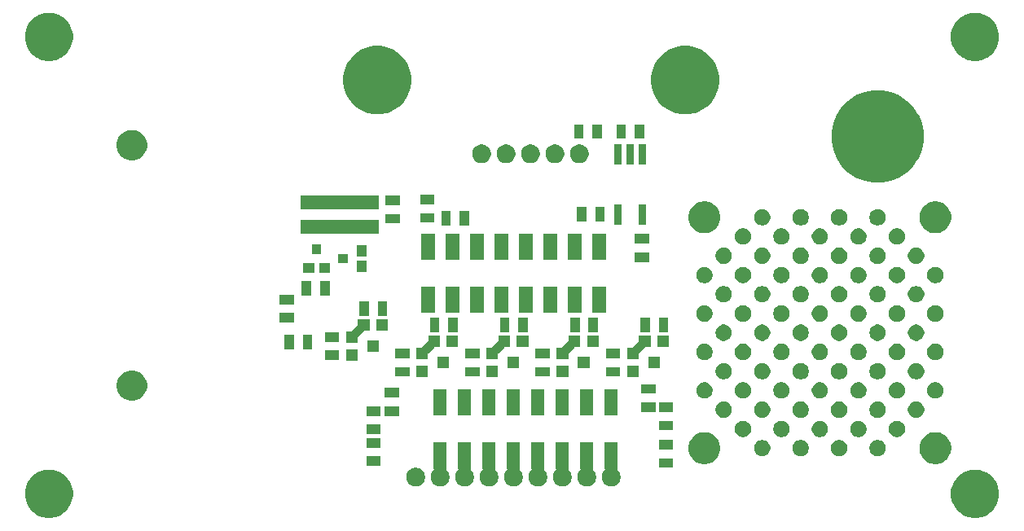
<source format=gbs>
G04 #@! TF.GenerationSoftware,KiCad,Pcbnew,5.1.5-52549c5~84~ubuntu18.04.1*
G04 #@! TF.CreationDate,2020-03-18T22:38:39-07:00*
G04 #@! TF.ProjectId,endcap,656e6463-6170-42e6-9b69-6361645f7063,2.1*
G04 #@! TF.SameCoordinates,PX2faf080PY2faf080*
G04 #@! TF.FileFunction,Soldermask,Bot*
G04 #@! TF.FilePolarity,Negative*
%FSLAX46Y46*%
G04 Gerber Fmt 4.6, Leading zero omitted, Abs format (unit mm)*
G04 Created by KiCad (PCBNEW 5.1.5-52549c5~84~ubuntu18.04.1) date 2020-03-18 22:38:39*
%MOMM*%
%LPD*%
G04 APERTURE LIST*
%ADD10C,0.100000*%
G04 APERTURE END LIST*
D10*
G36*
X101604822Y-48795445D02*
G01*
X101854515Y-48845112D01*
X102309668Y-49033643D01*
X102315726Y-49037691D01*
X102719294Y-49307346D01*
X103067654Y-49655706D01*
X103153836Y-49784687D01*
X103341357Y-50065332D01*
X103511462Y-50476000D01*
X103529888Y-50520486D01*
X103626000Y-51003672D01*
X103626000Y-51496328D01*
X103529888Y-51979514D01*
X103341358Y-52434666D01*
X103067654Y-52844294D01*
X102719294Y-53192654D01*
X102412769Y-53397467D01*
X102309668Y-53466357D01*
X101854515Y-53654888D01*
X101612921Y-53702944D01*
X101371328Y-53751000D01*
X100878672Y-53751000D01*
X100637079Y-53702944D01*
X100395485Y-53654888D01*
X99940332Y-53466357D01*
X99837231Y-53397467D01*
X99530706Y-53192654D01*
X99182346Y-52844294D01*
X98908642Y-52434666D01*
X98720112Y-51979514D01*
X98624000Y-51496328D01*
X98624000Y-51003672D01*
X98720112Y-50520486D01*
X98738539Y-50476000D01*
X98908643Y-50065332D01*
X99096164Y-49784687D01*
X99182346Y-49655706D01*
X99530706Y-49307346D01*
X99934274Y-49037691D01*
X99940332Y-49033643D01*
X100395485Y-48845112D01*
X100645178Y-48795445D01*
X100878672Y-48749000D01*
X101371328Y-48749000D01*
X101604822Y-48795445D01*
G37*
G36*
X5354822Y-48795445D02*
G01*
X5604515Y-48845112D01*
X6059668Y-49033643D01*
X6065726Y-49037691D01*
X6469294Y-49307346D01*
X6817654Y-49655706D01*
X6903836Y-49784687D01*
X7091357Y-50065332D01*
X7261462Y-50476000D01*
X7279888Y-50520486D01*
X7376000Y-51003672D01*
X7376000Y-51496328D01*
X7279888Y-51979514D01*
X7091358Y-52434666D01*
X6817654Y-52844294D01*
X6469294Y-53192654D01*
X6162769Y-53397467D01*
X6059668Y-53466357D01*
X5604515Y-53654888D01*
X5362921Y-53702944D01*
X5121328Y-53751000D01*
X4628672Y-53751000D01*
X4387079Y-53702944D01*
X4145485Y-53654888D01*
X3690332Y-53466357D01*
X3587231Y-53397467D01*
X3280706Y-53192654D01*
X2932346Y-52844294D01*
X2658642Y-52434666D01*
X2470112Y-51979514D01*
X2374000Y-51496328D01*
X2374000Y-51003672D01*
X2470112Y-50520486D01*
X2488539Y-50476000D01*
X2658643Y-50065332D01*
X2846164Y-49784687D01*
X2932346Y-49655706D01*
X3280706Y-49307346D01*
X3684274Y-49037691D01*
X3690332Y-49033643D01*
X4145485Y-48845112D01*
X4395178Y-48795445D01*
X4628672Y-48749000D01*
X5121328Y-48749000D01*
X5354822Y-48795445D01*
G37*
G36*
X63981000Y-48699800D02*
G01*
X63980450Y-48701613D01*
X63978048Y-48725999D01*
X63980450Y-48750385D01*
X63987563Y-48773834D01*
X63999114Y-48795445D01*
X64014659Y-48814387D01*
X64078111Y-48877839D01*
X64167158Y-49011109D01*
X64184920Y-49037691D01*
X64241825Y-49175073D01*
X64258493Y-49215313D01*
X64296000Y-49403871D01*
X64296000Y-49596129D01*
X64258493Y-49784687D01*
X64258492Y-49784689D01*
X64184920Y-49962309D01*
X64184919Y-49962310D01*
X64078111Y-50122161D01*
X63942161Y-50258111D01*
X63808891Y-50347158D01*
X63782309Y-50364920D01*
X63644927Y-50421825D01*
X63604687Y-50438493D01*
X63416129Y-50476000D01*
X63223871Y-50476000D01*
X63035313Y-50438493D01*
X62995073Y-50421825D01*
X62857691Y-50364920D01*
X62831109Y-50347158D01*
X62697839Y-50258111D01*
X62561889Y-50122161D01*
X62455081Y-49962310D01*
X62455080Y-49962309D01*
X62381508Y-49784689D01*
X62381507Y-49784687D01*
X62344000Y-49596129D01*
X62344000Y-49403871D01*
X62381507Y-49215313D01*
X62398175Y-49175073D01*
X62455080Y-49037691D01*
X62472842Y-49011109D01*
X62561889Y-48877839D01*
X62625341Y-48814387D01*
X62640886Y-48795445D01*
X62652437Y-48773834D01*
X62659550Y-48750385D01*
X62661952Y-48725999D01*
X62659550Y-48701613D01*
X62652437Y-48678164D01*
X62640886Y-48656553D01*
X62625341Y-48637611D01*
X62606399Y-48622066D01*
X62584788Y-48610515D01*
X62579000Y-48608759D01*
X62579000Y-45899000D01*
X63981000Y-45899000D01*
X63981000Y-48699800D01*
G37*
G36*
X61441000Y-48699800D02*
G01*
X61440450Y-48701613D01*
X61438048Y-48725999D01*
X61440450Y-48750385D01*
X61447563Y-48773834D01*
X61459114Y-48795445D01*
X61474659Y-48814387D01*
X61538111Y-48877839D01*
X61627158Y-49011109D01*
X61644920Y-49037691D01*
X61701825Y-49175073D01*
X61718493Y-49215313D01*
X61756000Y-49403871D01*
X61756000Y-49596129D01*
X61718493Y-49784687D01*
X61718492Y-49784689D01*
X61644920Y-49962309D01*
X61644919Y-49962310D01*
X61538111Y-50122161D01*
X61402161Y-50258111D01*
X61268891Y-50347158D01*
X61242309Y-50364920D01*
X61104927Y-50421825D01*
X61064687Y-50438493D01*
X60876129Y-50476000D01*
X60683871Y-50476000D01*
X60495313Y-50438493D01*
X60455073Y-50421825D01*
X60317691Y-50364920D01*
X60291109Y-50347158D01*
X60157839Y-50258111D01*
X60021889Y-50122161D01*
X59915081Y-49962310D01*
X59915080Y-49962309D01*
X59841508Y-49784689D01*
X59841507Y-49784687D01*
X59804000Y-49596129D01*
X59804000Y-49403871D01*
X59841507Y-49215313D01*
X59858175Y-49175073D01*
X59915080Y-49037691D01*
X59932842Y-49011109D01*
X60021889Y-48877839D01*
X60085341Y-48814387D01*
X60100886Y-48795445D01*
X60112437Y-48773834D01*
X60119550Y-48750385D01*
X60121952Y-48725999D01*
X60119550Y-48701613D01*
X60112437Y-48678164D01*
X60100886Y-48656553D01*
X60085341Y-48637611D01*
X60066399Y-48622066D01*
X60044788Y-48610515D01*
X60039000Y-48608759D01*
X60039000Y-45899000D01*
X61441000Y-45899000D01*
X61441000Y-48699800D01*
G37*
G36*
X58901000Y-48699800D02*
G01*
X58900450Y-48701613D01*
X58898048Y-48725999D01*
X58900450Y-48750385D01*
X58907563Y-48773834D01*
X58919114Y-48795445D01*
X58934659Y-48814387D01*
X58998111Y-48877839D01*
X59087158Y-49011109D01*
X59104920Y-49037691D01*
X59161825Y-49175073D01*
X59178493Y-49215313D01*
X59216000Y-49403871D01*
X59216000Y-49596129D01*
X59178493Y-49784687D01*
X59178492Y-49784689D01*
X59104920Y-49962309D01*
X59104919Y-49962310D01*
X58998111Y-50122161D01*
X58862161Y-50258111D01*
X58728891Y-50347158D01*
X58702309Y-50364920D01*
X58564927Y-50421825D01*
X58524687Y-50438493D01*
X58336129Y-50476000D01*
X58143871Y-50476000D01*
X57955313Y-50438493D01*
X57915073Y-50421825D01*
X57777691Y-50364920D01*
X57751109Y-50347158D01*
X57617839Y-50258111D01*
X57481889Y-50122161D01*
X57375081Y-49962310D01*
X57375080Y-49962309D01*
X57301508Y-49784689D01*
X57301507Y-49784687D01*
X57264000Y-49596129D01*
X57264000Y-49403871D01*
X57301507Y-49215313D01*
X57318175Y-49175073D01*
X57375080Y-49037691D01*
X57392842Y-49011109D01*
X57481889Y-48877839D01*
X57545341Y-48814387D01*
X57560886Y-48795445D01*
X57572437Y-48773834D01*
X57579550Y-48750385D01*
X57581952Y-48725999D01*
X57579550Y-48701613D01*
X57572437Y-48678164D01*
X57560886Y-48656553D01*
X57545341Y-48637611D01*
X57526399Y-48622066D01*
X57504788Y-48610515D01*
X57499000Y-48608759D01*
X57499000Y-45899000D01*
X58901000Y-45899000D01*
X58901000Y-48699800D01*
G37*
G36*
X56361000Y-48699800D02*
G01*
X56360450Y-48701613D01*
X56358048Y-48725999D01*
X56360450Y-48750385D01*
X56367563Y-48773834D01*
X56379114Y-48795445D01*
X56394659Y-48814387D01*
X56458111Y-48877839D01*
X56547158Y-49011109D01*
X56564920Y-49037691D01*
X56621825Y-49175073D01*
X56638493Y-49215313D01*
X56676000Y-49403871D01*
X56676000Y-49596129D01*
X56638493Y-49784687D01*
X56638492Y-49784689D01*
X56564920Y-49962309D01*
X56564919Y-49962310D01*
X56458111Y-50122161D01*
X56322161Y-50258111D01*
X56188891Y-50347158D01*
X56162309Y-50364920D01*
X56024927Y-50421825D01*
X55984687Y-50438493D01*
X55796129Y-50476000D01*
X55603871Y-50476000D01*
X55415313Y-50438493D01*
X55375073Y-50421825D01*
X55237691Y-50364920D01*
X55211109Y-50347158D01*
X55077839Y-50258111D01*
X54941889Y-50122161D01*
X54835081Y-49962310D01*
X54835080Y-49962309D01*
X54761508Y-49784689D01*
X54761507Y-49784687D01*
X54724000Y-49596129D01*
X54724000Y-49403871D01*
X54761507Y-49215313D01*
X54778175Y-49175073D01*
X54835080Y-49037691D01*
X54852842Y-49011109D01*
X54941889Y-48877839D01*
X55005341Y-48814387D01*
X55020886Y-48795445D01*
X55032437Y-48773834D01*
X55039550Y-48750385D01*
X55041952Y-48725999D01*
X55039550Y-48701613D01*
X55032437Y-48678164D01*
X55020886Y-48656553D01*
X55005341Y-48637611D01*
X54986399Y-48622066D01*
X54964788Y-48610515D01*
X54959000Y-48608759D01*
X54959000Y-45899000D01*
X56361000Y-45899000D01*
X56361000Y-48699800D01*
G37*
G36*
X53821000Y-48699800D02*
G01*
X53820450Y-48701613D01*
X53818048Y-48725999D01*
X53820450Y-48750385D01*
X53827563Y-48773834D01*
X53839114Y-48795445D01*
X53854659Y-48814387D01*
X53918111Y-48877839D01*
X54007158Y-49011109D01*
X54024920Y-49037691D01*
X54081825Y-49175073D01*
X54098493Y-49215313D01*
X54136000Y-49403871D01*
X54136000Y-49596129D01*
X54098493Y-49784687D01*
X54098492Y-49784689D01*
X54024920Y-49962309D01*
X54024919Y-49962310D01*
X53918111Y-50122161D01*
X53782161Y-50258111D01*
X53648891Y-50347158D01*
X53622309Y-50364920D01*
X53484927Y-50421825D01*
X53444687Y-50438493D01*
X53256129Y-50476000D01*
X53063871Y-50476000D01*
X52875313Y-50438493D01*
X52835073Y-50421825D01*
X52697691Y-50364920D01*
X52671109Y-50347158D01*
X52537839Y-50258111D01*
X52401889Y-50122161D01*
X52295081Y-49962310D01*
X52295080Y-49962309D01*
X52221508Y-49784689D01*
X52221507Y-49784687D01*
X52184000Y-49596129D01*
X52184000Y-49403871D01*
X52221507Y-49215313D01*
X52238175Y-49175073D01*
X52295080Y-49037691D01*
X52312842Y-49011109D01*
X52401889Y-48877839D01*
X52465341Y-48814387D01*
X52480886Y-48795445D01*
X52492437Y-48773834D01*
X52499550Y-48750385D01*
X52501952Y-48725999D01*
X52499550Y-48701613D01*
X52492437Y-48678164D01*
X52480886Y-48656553D01*
X52465341Y-48637611D01*
X52446399Y-48622066D01*
X52424788Y-48610515D01*
X52419000Y-48608759D01*
X52419000Y-45899000D01*
X53821000Y-45899000D01*
X53821000Y-48699800D01*
G37*
G36*
X51281000Y-48699800D02*
G01*
X51280450Y-48701613D01*
X51278048Y-48725999D01*
X51280450Y-48750385D01*
X51287563Y-48773834D01*
X51299114Y-48795445D01*
X51314659Y-48814387D01*
X51378111Y-48877839D01*
X51467158Y-49011109D01*
X51484920Y-49037691D01*
X51541825Y-49175073D01*
X51558493Y-49215313D01*
X51596000Y-49403871D01*
X51596000Y-49596129D01*
X51558493Y-49784687D01*
X51558492Y-49784689D01*
X51484920Y-49962309D01*
X51484919Y-49962310D01*
X51378111Y-50122161D01*
X51242161Y-50258111D01*
X51108891Y-50347158D01*
X51082309Y-50364920D01*
X50944927Y-50421825D01*
X50904687Y-50438493D01*
X50716129Y-50476000D01*
X50523871Y-50476000D01*
X50335313Y-50438493D01*
X50295073Y-50421825D01*
X50157691Y-50364920D01*
X50131109Y-50347158D01*
X49997839Y-50258111D01*
X49861889Y-50122161D01*
X49755081Y-49962310D01*
X49755080Y-49962309D01*
X49681508Y-49784689D01*
X49681507Y-49784687D01*
X49644000Y-49596129D01*
X49644000Y-49403871D01*
X49681507Y-49215313D01*
X49698175Y-49175073D01*
X49755080Y-49037691D01*
X49772842Y-49011109D01*
X49861889Y-48877839D01*
X49925341Y-48814387D01*
X49940886Y-48795445D01*
X49952437Y-48773834D01*
X49959550Y-48750385D01*
X49961952Y-48725999D01*
X49959550Y-48701613D01*
X49952437Y-48678164D01*
X49940886Y-48656553D01*
X49925341Y-48637611D01*
X49906399Y-48622066D01*
X49884788Y-48610515D01*
X49879000Y-48608759D01*
X49879000Y-45899000D01*
X51281000Y-45899000D01*
X51281000Y-48699800D01*
G37*
G36*
X46201000Y-48699800D02*
G01*
X46200450Y-48701613D01*
X46198048Y-48725999D01*
X46200450Y-48750385D01*
X46207563Y-48773834D01*
X46219114Y-48795445D01*
X46234659Y-48814387D01*
X46298111Y-48877839D01*
X46387158Y-49011109D01*
X46404920Y-49037691D01*
X46461825Y-49175073D01*
X46478493Y-49215313D01*
X46516000Y-49403871D01*
X46516000Y-49596129D01*
X46478493Y-49784687D01*
X46478492Y-49784689D01*
X46404920Y-49962309D01*
X46404919Y-49962310D01*
X46298111Y-50122161D01*
X46162161Y-50258111D01*
X46028891Y-50347158D01*
X46002309Y-50364920D01*
X45864927Y-50421825D01*
X45824687Y-50438493D01*
X45636129Y-50476000D01*
X45443871Y-50476000D01*
X45255313Y-50438493D01*
X45215073Y-50421825D01*
X45077691Y-50364920D01*
X45051109Y-50347158D01*
X44917839Y-50258111D01*
X44781889Y-50122161D01*
X44675081Y-49962310D01*
X44675080Y-49962309D01*
X44601508Y-49784689D01*
X44601507Y-49784687D01*
X44564000Y-49596129D01*
X44564000Y-49403871D01*
X44601507Y-49215313D01*
X44618175Y-49175073D01*
X44675080Y-49037691D01*
X44692842Y-49011109D01*
X44781889Y-48877839D01*
X44845341Y-48814387D01*
X44860886Y-48795445D01*
X44872437Y-48773834D01*
X44879550Y-48750385D01*
X44881952Y-48725999D01*
X44879550Y-48701613D01*
X44872437Y-48678164D01*
X44860886Y-48656553D01*
X44845341Y-48637611D01*
X44826399Y-48622066D01*
X44804788Y-48610515D01*
X44799000Y-48608759D01*
X44799000Y-45899000D01*
X46201000Y-45899000D01*
X46201000Y-48699800D01*
G37*
G36*
X43284687Y-48561507D02*
G01*
X43284690Y-48561508D01*
X43284689Y-48561508D01*
X43462309Y-48635080D01*
X43488891Y-48652842D01*
X43622161Y-48741889D01*
X43758111Y-48877839D01*
X43847158Y-49011109D01*
X43864920Y-49037691D01*
X43921825Y-49175073D01*
X43938493Y-49215313D01*
X43976000Y-49403871D01*
X43976000Y-49596129D01*
X43938493Y-49784687D01*
X43938492Y-49784689D01*
X43864920Y-49962309D01*
X43864919Y-49962310D01*
X43758111Y-50122161D01*
X43622161Y-50258111D01*
X43488891Y-50347158D01*
X43462309Y-50364920D01*
X43324927Y-50421825D01*
X43284687Y-50438493D01*
X43096129Y-50476000D01*
X42903871Y-50476000D01*
X42715313Y-50438493D01*
X42675073Y-50421825D01*
X42537691Y-50364920D01*
X42511109Y-50347158D01*
X42377839Y-50258111D01*
X42241889Y-50122161D01*
X42135081Y-49962310D01*
X42135080Y-49962309D01*
X42061508Y-49784689D01*
X42061507Y-49784687D01*
X42024000Y-49596129D01*
X42024000Y-49403871D01*
X42061507Y-49215313D01*
X42078175Y-49175073D01*
X42135080Y-49037691D01*
X42152842Y-49011109D01*
X42241889Y-48877839D01*
X42377839Y-48741889D01*
X42511109Y-48652842D01*
X42537691Y-48635080D01*
X42715311Y-48561508D01*
X42715310Y-48561508D01*
X42715313Y-48561507D01*
X42903871Y-48524000D01*
X43096129Y-48524000D01*
X43284687Y-48561507D01*
G37*
G36*
X48741000Y-48699800D02*
G01*
X48740450Y-48701613D01*
X48738048Y-48725999D01*
X48740450Y-48750385D01*
X48747563Y-48773834D01*
X48759114Y-48795445D01*
X48774659Y-48814387D01*
X48838111Y-48877839D01*
X48927158Y-49011109D01*
X48944920Y-49037691D01*
X49001825Y-49175073D01*
X49018493Y-49215313D01*
X49056000Y-49403871D01*
X49056000Y-49596129D01*
X49018493Y-49784687D01*
X49018492Y-49784689D01*
X48944920Y-49962309D01*
X48944919Y-49962310D01*
X48838111Y-50122161D01*
X48702161Y-50258111D01*
X48568891Y-50347158D01*
X48542309Y-50364920D01*
X48404927Y-50421825D01*
X48364687Y-50438493D01*
X48176129Y-50476000D01*
X47983871Y-50476000D01*
X47795313Y-50438493D01*
X47755073Y-50421825D01*
X47617691Y-50364920D01*
X47591109Y-50347158D01*
X47457839Y-50258111D01*
X47321889Y-50122161D01*
X47215081Y-49962310D01*
X47215080Y-49962309D01*
X47141508Y-49784689D01*
X47141507Y-49784687D01*
X47104000Y-49596129D01*
X47104000Y-49403871D01*
X47141507Y-49215313D01*
X47158175Y-49175073D01*
X47215080Y-49037691D01*
X47232842Y-49011109D01*
X47321889Y-48877839D01*
X47385341Y-48814387D01*
X47400886Y-48795445D01*
X47412437Y-48773834D01*
X47419550Y-48750385D01*
X47421952Y-48725999D01*
X47419550Y-48701613D01*
X47412437Y-48678164D01*
X47400886Y-48656553D01*
X47385341Y-48637611D01*
X47366399Y-48622066D01*
X47344788Y-48610515D01*
X47339000Y-48608759D01*
X47339000Y-45899000D01*
X48741000Y-45899000D01*
X48741000Y-48699800D01*
G37*
G36*
X69749500Y-48548000D02*
G01*
X68250500Y-48548000D01*
X68250500Y-47557000D01*
X69749500Y-47557000D01*
X69749500Y-48548000D01*
G37*
G36*
X39349500Y-48348000D02*
G01*
X37850500Y-48348000D01*
X37850500Y-47357000D01*
X39349500Y-47357000D01*
X39349500Y-48348000D01*
G37*
G36*
X97375256Y-44891298D02*
G01*
X97481579Y-44912447D01*
X97782042Y-45036903D01*
X98052451Y-45217585D01*
X98282415Y-45447549D01*
X98463097Y-45717958D01*
X98562327Y-45957519D01*
X98587553Y-46018422D01*
X98651000Y-46337389D01*
X98651000Y-46662611D01*
X98633969Y-46748229D01*
X98587553Y-46981579D01*
X98463097Y-47282042D01*
X98282415Y-47552451D01*
X98052451Y-47782415D01*
X97782042Y-47963097D01*
X97481579Y-48087553D01*
X97375256Y-48108702D01*
X97162611Y-48151000D01*
X96837389Y-48151000D01*
X96624744Y-48108702D01*
X96518421Y-48087553D01*
X96217958Y-47963097D01*
X95947549Y-47782415D01*
X95717585Y-47552451D01*
X95536903Y-47282042D01*
X95412447Y-46981579D01*
X95366031Y-46748229D01*
X95349000Y-46662611D01*
X95349000Y-46337389D01*
X95412447Y-46018422D01*
X95437674Y-45957519D01*
X95536903Y-45717958D01*
X95717585Y-45447549D01*
X95947549Y-45217585D01*
X96217958Y-45036903D01*
X96518421Y-44912447D01*
X96624744Y-44891298D01*
X96837389Y-44849000D01*
X97162611Y-44849000D01*
X97375256Y-44891298D01*
G37*
G36*
X73375256Y-44891298D02*
G01*
X73481579Y-44912447D01*
X73782042Y-45036903D01*
X74052451Y-45217585D01*
X74282415Y-45447549D01*
X74463097Y-45717958D01*
X74562327Y-45957519D01*
X74587553Y-46018422D01*
X74651000Y-46337389D01*
X74651000Y-46662611D01*
X74633969Y-46748229D01*
X74587553Y-46981579D01*
X74463097Y-47282042D01*
X74282415Y-47552451D01*
X74052451Y-47782415D01*
X73782042Y-47963097D01*
X73481579Y-48087553D01*
X73375256Y-48108702D01*
X73162611Y-48151000D01*
X72837389Y-48151000D01*
X72624744Y-48108702D01*
X72518421Y-48087553D01*
X72217958Y-47963097D01*
X71947549Y-47782415D01*
X71717585Y-47552451D01*
X71536903Y-47282042D01*
X71412447Y-46981579D01*
X71366031Y-46748229D01*
X71349000Y-46662611D01*
X71349000Y-46337389D01*
X71412447Y-46018422D01*
X71437674Y-45957519D01*
X71536903Y-45717958D01*
X71717585Y-45447549D01*
X71947549Y-45217585D01*
X72217958Y-45036903D01*
X72518421Y-44912447D01*
X72624744Y-44891298D01*
X72837389Y-44849000D01*
X73162611Y-44849000D01*
X73375256Y-44891298D01*
G37*
G36*
X79248228Y-45681703D02*
G01*
X79403100Y-45745853D01*
X79542481Y-45838985D01*
X79661015Y-45957519D01*
X79754147Y-46096900D01*
X79818297Y-46251772D01*
X79851000Y-46416184D01*
X79851000Y-46583816D01*
X79818297Y-46748228D01*
X79754147Y-46903100D01*
X79661015Y-47042481D01*
X79542481Y-47161015D01*
X79403100Y-47254147D01*
X79248228Y-47318297D01*
X79083816Y-47351000D01*
X78916184Y-47351000D01*
X78751772Y-47318297D01*
X78596900Y-47254147D01*
X78457519Y-47161015D01*
X78338985Y-47042481D01*
X78245853Y-46903100D01*
X78181703Y-46748228D01*
X78149000Y-46583816D01*
X78149000Y-46416184D01*
X78181703Y-46251772D01*
X78245853Y-46096900D01*
X78338985Y-45957519D01*
X78457519Y-45838985D01*
X78596900Y-45745853D01*
X78751772Y-45681703D01*
X78916184Y-45649000D01*
X79083816Y-45649000D01*
X79248228Y-45681703D01*
G37*
G36*
X91248228Y-45681703D02*
G01*
X91403100Y-45745853D01*
X91542481Y-45838985D01*
X91661015Y-45957519D01*
X91754147Y-46096900D01*
X91818297Y-46251772D01*
X91851000Y-46416184D01*
X91851000Y-46583816D01*
X91818297Y-46748228D01*
X91754147Y-46903100D01*
X91661015Y-47042481D01*
X91542481Y-47161015D01*
X91403100Y-47254147D01*
X91248228Y-47318297D01*
X91083816Y-47351000D01*
X90916184Y-47351000D01*
X90751772Y-47318297D01*
X90596900Y-47254147D01*
X90457519Y-47161015D01*
X90338985Y-47042481D01*
X90245853Y-46903100D01*
X90181703Y-46748228D01*
X90149000Y-46583816D01*
X90149000Y-46416184D01*
X90181703Y-46251772D01*
X90245853Y-46096900D01*
X90338985Y-45957519D01*
X90457519Y-45838985D01*
X90596900Y-45745853D01*
X90751772Y-45681703D01*
X90916184Y-45649000D01*
X91083816Y-45649000D01*
X91248228Y-45681703D01*
G37*
G36*
X87248228Y-45681703D02*
G01*
X87403100Y-45745853D01*
X87542481Y-45838985D01*
X87661015Y-45957519D01*
X87754147Y-46096900D01*
X87818297Y-46251772D01*
X87851000Y-46416184D01*
X87851000Y-46583816D01*
X87818297Y-46748228D01*
X87754147Y-46903100D01*
X87661015Y-47042481D01*
X87542481Y-47161015D01*
X87403100Y-47254147D01*
X87248228Y-47318297D01*
X87083816Y-47351000D01*
X86916184Y-47351000D01*
X86751772Y-47318297D01*
X86596900Y-47254147D01*
X86457519Y-47161015D01*
X86338985Y-47042481D01*
X86245853Y-46903100D01*
X86181703Y-46748228D01*
X86149000Y-46583816D01*
X86149000Y-46416184D01*
X86181703Y-46251772D01*
X86245853Y-46096900D01*
X86338985Y-45957519D01*
X86457519Y-45838985D01*
X86596900Y-45745853D01*
X86751772Y-45681703D01*
X86916184Y-45649000D01*
X87083816Y-45649000D01*
X87248228Y-45681703D01*
G37*
G36*
X83248228Y-45681703D02*
G01*
X83403100Y-45745853D01*
X83542481Y-45838985D01*
X83661015Y-45957519D01*
X83754147Y-46096900D01*
X83818297Y-46251772D01*
X83851000Y-46416184D01*
X83851000Y-46583816D01*
X83818297Y-46748228D01*
X83754147Y-46903100D01*
X83661015Y-47042481D01*
X83542481Y-47161015D01*
X83403100Y-47254147D01*
X83248228Y-47318297D01*
X83083816Y-47351000D01*
X82916184Y-47351000D01*
X82751772Y-47318297D01*
X82596900Y-47254147D01*
X82457519Y-47161015D01*
X82338985Y-47042481D01*
X82245853Y-46903100D01*
X82181703Y-46748228D01*
X82149000Y-46583816D01*
X82149000Y-46416184D01*
X82181703Y-46251772D01*
X82245853Y-46096900D01*
X82338985Y-45957519D01*
X82457519Y-45838985D01*
X82596900Y-45745853D01*
X82751772Y-45681703D01*
X82916184Y-45649000D01*
X83083816Y-45649000D01*
X83248228Y-45681703D01*
G37*
G36*
X69749500Y-46643000D02*
G01*
X68250500Y-46643000D01*
X68250500Y-45652000D01*
X69749500Y-45652000D01*
X69749500Y-46643000D01*
G37*
G36*
X39349500Y-46443000D02*
G01*
X37850500Y-46443000D01*
X37850500Y-45452000D01*
X39349500Y-45452000D01*
X39349500Y-46443000D01*
G37*
G36*
X77248228Y-43681703D02*
G01*
X77403100Y-43745853D01*
X77542481Y-43838985D01*
X77661015Y-43957519D01*
X77754147Y-44096900D01*
X77818297Y-44251772D01*
X77851000Y-44416184D01*
X77851000Y-44583816D01*
X77818297Y-44748228D01*
X77754147Y-44903100D01*
X77661015Y-45042481D01*
X77542481Y-45161015D01*
X77403100Y-45254147D01*
X77248228Y-45318297D01*
X77083816Y-45351000D01*
X76916184Y-45351000D01*
X76751772Y-45318297D01*
X76596900Y-45254147D01*
X76457519Y-45161015D01*
X76338985Y-45042481D01*
X76245853Y-44903100D01*
X76181703Y-44748228D01*
X76149000Y-44583816D01*
X76149000Y-44416184D01*
X76181703Y-44251772D01*
X76245853Y-44096900D01*
X76338985Y-43957519D01*
X76457519Y-43838985D01*
X76596900Y-43745853D01*
X76751772Y-43681703D01*
X76916184Y-43649000D01*
X77083816Y-43649000D01*
X77248228Y-43681703D01*
G37*
G36*
X81248228Y-43681703D02*
G01*
X81403100Y-43745853D01*
X81542481Y-43838985D01*
X81661015Y-43957519D01*
X81754147Y-44096900D01*
X81818297Y-44251772D01*
X81851000Y-44416184D01*
X81851000Y-44583816D01*
X81818297Y-44748228D01*
X81754147Y-44903100D01*
X81661015Y-45042481D01*
X81542481Y-45161015D01*
X81403100Y-45254147D01*
X81248228Y-45318297D01*
X81083816Y-45351000D01*
X80916184Y-45351000D01*
X80751772Y-45318297D01*
X80596900Y-45254147D01*
X80457519Y-45161015D01*
X80338985Y-45042481D01*
X80245853Y-44903100D01*
X80181703Y-44748228D01*
X80149000Y-44583816D01*
X80149000Y-44416184D01*
X80181703Y-44251772D01*
X80245853Y-44096900D01*
X80338985Y-43957519D01*
X80457519Y-43838985D01*
X80596900Y-43745853D01*
X80751772Y-43681703D01*
X80916184Y-43649000D01*
X81083816Y-43649000D01*
X81248228Y-43681703D01*
G37*
G36*
X85248228Y-43681703D02*
G01*
X85403100Y-43745853D01*
X85542481Y-43838985D01*
X85661015Y-43957519D01*
X85754147Y-44096900D01*
X85818297Y-44251772D01*
X85851000Y-44416184D01*
X85851000Y-44583816D01*
X85818297Y-44748228D01*
X85754147Y-44903100D01*
X85661015Y-45042481D01*
X85542481Y-45161015D01*
X85403100Y-45254147D01*
X85248228Y-45318297D01*
X85083816Y-45351000D01*
X84916184Y-45351000D01*
X84751772Y-45318297D01*
X84596900Y-45254147D01*
X84457519Y-45161015D01*
X84338985Y-45042481D01*
X84245853Y-44903100D01*
X84181703Y-44748228D01*
X84149000Y-44583816D01*
X84149000Y-44416184D01*
X84181703Y-44251772D01*
X84245853Y-44096900D01*
X84338985Y-43957519D01*
X84457519Y-43838985D01*
X84596900Y-43745853D01*
X84751772Y-43681703D01*
X84916184Y-43649000D01*
X85083816Y-43649000D01*
X85248228Y-43681703D01*
G37*
G36*
X89248228Y-43681703D02*
G01*
X89403100Y-43745853D01*
X89542481Y-43838985D01*
X89661015Y-43957519D01*
X89754147Y-44096900D01*
X89818297Y-44251772D01*
X89851000Y-44416184D01*
X89851000Y-44583816D01*
X89818297Y-44748228D01*
X89754147Y-44903100D01*
X89661015Y-45042481D01*
X89542481Y-45161015D01*
X89403100Y-45254147D01*
X89248228Y-45318297D01*
X89083816Y-45351000D01*
X88916184Y-45351000D01*
X88751772Y-45318297D01*
X88596900Y-45254147D01*
X88457519Y-45161015D01*
X88338985Y-45042481D01*
X88245853Y-44903100D01*
X88181703Y-44748228D01*
X88149000Y-44583816D01*
X88149000Y-44416184D01*
X88181703Y-44251772D01*
X88245853Y-44096900D01*
X88338985Y-43957519D01*
X88457519Y-43838985D01*
X88596900Y-43745853D01*
X88751772Y-43681703D01*
X88916184Y-43649000D01*
X89083816Y-43649000D01*
X89248228Y-43681703D01*
G37*
G36*
X93248228Y-43681703D02*
G01*
X93403100Y-43745853D01*
X93542481Y-43838985D01*
X93661015Y-43957519D01*
X93754147Y-44096900D01*
X93818297Y-44251772D01*
X93851000Y-44416184D01*
X93851000Y-44583816D01*
X93818297Y-44748228D01*
X93754147Y-44903100D01*
X93661015Y-45042481D01*
X93542481Y-45161015D01*
X93403100Y-45254147D01*
X93248228Y-45318297D01*
X93083816Y-45351000D01*
X92916184Y-45351000D01*
X92751772Y-45318297D01*
X92596900Y-45254147D01*
X92457519Y-45161015D01*
X92338985Y-45042481D01*
X92245853Y-44903100D01*
X92181703Y-44748228D01*
X92149000Y-44583816D01*
X92149000Y-44416184D01*
X92181703Y-44251772D01*
X92245853Y-44096900D01*
X92338985Y-43957519D01*
X92457519Y-43838985D01*
X92596900Y-43745853D01*
X92751772Y-43681703D01*
X92916184Y-43649000D01*
X93083816Y-43649000D01*
X93248228Y-43681703D01*
G37*
G36*
X39349500Y-45048000D02*
G01*
X37850500Y-45048000D01*
X37850500Y-44057000D01*
X39349500Y-44057000D01*
X39349500Y-45048000D01*
G37*
G36*
X69749500Y-44648000D02*
G01*
X68250500Y-44648000D01*
X68250500Y-43657000D01*
X69749500Y-43657000D01*
X69749500Y-44648000D01*
G37*
G36*
X75248228Y-41681703D02*
G01*
X75403100Y-41745853D01*
X75542481Y-41838985D01*
X75661015Y-41957519D01*
X75754147Y-42096900D01*
X75818297Y-42251772D01*
X75851000Y-42416184D01*
X75851000Y-42583816D01*
X75818297Y-42748228D01*
X75754147Y-42903100D01*
X75661015Y-43042481D01*
X75542481Y-43161015D01*
X75403100Y-43254147D01*
X75248228Y-43318297D01*
X75083816Y-43351000D01*
X74916184Y-43351000D01*
X74751772Y-43318297D01*
X74596900Y-43254147D01*
X74457519Y-43161015D01*
X74338985Y-43042481D01*
X74245853Y-42903100D01*
X74181703Y-42748228D01*
X74149000Y-42583816D01*
X74149000Y-42416184D01*
X74181703Y-42251772D01*
X74245853Y-42096900D01*
X74338985Y-41957519D01*
X74457519Y-41838985D01*
X74596900Y-41745853D01*
X74751772Y-41681703D01*
X74916184Y-41649000D01*
X75083816Y-41649000D01*
X75248228Y-41681703D01*
G37*
G36*
X91248228Y-41681703D02*
G01*
X91403100Y-41745853D01*
X91542481Y-41838985D01*
X91661015Y-41957519D01*
X91754147Y-42096900D01*
X91818297Y-42251772D01*
X91851000Y-42416184D01*
X91851000Y-42583816D01*
X91818297Y-42748228D01*
X91754147Y-42903100D01*
X91661015Y-43042481D01*
X91542481Y-43161015D01*
X91403100Y-43254147D01*
X91248228Y-43318297D01*
X91083816Y-43351000D01*
X90916184Y-43351000D01*
X90751772Y-43318297D01*
X90596900Y-43254147D01*
X90457519Y-43161015D01*
X90338985Y-43042481D01*
X90245853Y-42903100D01*
X90181703Y-42748228D01*
X90149000Y-42583816D01*
X90149000Y-42416184D01*
X90181703Y-42251772D01*
X90245853Y-42096900D01*
X90338985Y-41957519D01*
X90457519Y-41838985D01*
X90596900Y-41745853D01*
X90751772Y-41681703D01*
X90916184Y-41649000D01*
X91083816Y-41649000D01*
X91248228Y-41681703D01*
G37*
G36*
X87248228Y-41681703D02*
G01*
X87403100Y-41745853D01*
X87542481Y-41838985D01*
X87661015Y-41957519D01*
X87754147Y-42096900D01*
X87818297Y-42251772D01*
X87851000Y-42416184D01*
X87851000Y-42583816D01*
X87818297Y-42748228D01*
X87754147Y-42903100D01*
X87661015Y-43042481D01*
X87542481Y-43161015D01*
X87403100Y-43254147D01*
X87248228Y-43318297D01*
X87083816Y-43351000D01*
X86916184Y-43351000D01*
X86751772Y-43318297D01*
X86596900Y-43254147D01*
X86457519Y-43161015D01*
X86338985Y-43042481D01*
X86245853Y-42903100D01*
X86181703Y-42748228D01*
X86149000Y-42583816D01*
X86149000Y-42416184D01*
X86181703Y-42251772D01*
X86245853Y-42096900D01*
X86338985Y-41957519D01*
X86457519Y-41838985D01*
X86596900Y-41745853D01*
X86751772Y-41681703D01*
X86916184Y-41649000D01*
X87083816Y-41649000D01*
X87248228Y-41681703D01*
G37*
G36*
X79248228Y-41681703D02*
G01*
X79403100Y-41745853D01*
X79542481Y-41838985D01*
X79661015Y-41957519D01*
X79754147Y-42096900D01*
X79818297Y-42251772D01*
X79851000Y-42416184D01*
X79851000Y-42583816D01*
X79818297Y-42748228D01*
X79754147Y-42903100D01*
X79661015Y-43042481D01*
X79542481Y-43161015D01*
X79403100Y-43254147D01*
X79248228Y-43318297D01*
X79083816Y-43351000D01*
X78916184Y-43351000D01*
X78751772Y-43318297D01*
X78596900Y-43254147D01*
X78457519Y-43161015D01*
X78338985Y-43042481D01*
X78245853Y-42903100D01*
X78181703Y-42748228D01*
X78149000Y-42583816D01*
X78149000Y-42416184D01*
X78181703Y-42251772D01*
X78245853Y-42096900D01*
X78338985Y-41957519D01*
X78457519Y-41838985D01*
X78596900Y-41745853D01*
X78751772Y-41681703D01*
X78916184Y-41649000D01*
X79083816Y-41649000D01*
X79248228Y-41681703D01*
G37*
G36*
X95248228Y-41681703D02*
G01*
X95403100Y-41745853D01*
X95542481Y-41838985D01*
X95661015Y-41957519D01*
X95754147Y-42096900D01*
X95818297Y-42251772D01*
X95851000Y-42416184D01*
X95851000Y-42583816D01*
X95818297Y-42748228D01*
X95754147Y-42903100D01*
X95661015Y-43042481D01*
X95542481Y-43161015D01*
X95403100Y-43254147D01*
X95248228Y-43318297D01*
X95083816Y-43351000D01*
X94916184Y-43351000D01*
X94751772Y-43318297D01*
X94596900Y-43254147D01*
X94457519Y-43161015D01*
X94338985Y-43042481D01*
X94245853Y-42903100D01*
X94181703Y-42748228D01*
X94149000Y-42583816D01*
X94149000Y-42416184D01*
X94181703Y-42251772D01*
X94245853Y-42096900D01*
X94338985Y-41957519D01*
X94457519Y-41838985D01*
X94596900Y-41745853D01*
X94751772Y-41681703D01*
X94916184Y-41649000D01*
X95083816Y-41649000D01*
X95248228Y-41681703D01*
G37*
G36*
X83248228Y-41681703D02*
G01*
X83403100Y-41745853D01*
X83542481Y-41838985D01*
X83661015Y-41957519D01*
X83754147Y-42096900D01*
X83818297Y-42251772D01*
X83851000Y-42416184D01*
X83851000Y-42583816D01*
X83818297Y-42748228D01*
X83754147Y-42903100D01*
X83661015Y-43042481D01*
X83542481Y-43161015D01*
X83403100Y-43254147D01*
X83248228Y-43318297D01*
X83083816Y-43351000D01*
X82916184Y-43351000D01*
X82751772Y-43318297D01*
X82596900Y-43254147D01*
X82457519Y-43161015D01*
X82338985Y-43042481D01*
X82245853Y-42903100D01*
X82181703Y-42748228D01*
X82149000Y-42583816D01*
X82149000Y-42416184D01*
X82181703Y-42251772D01*
X82245853Y-42096900D01*
X82338985Y-41957519D01*
X82457519Y-41838985D01*
X82596900Y-41745853D01*
X82751772Y-41681703D01*
X82916184Y-41649000D01*
X83083816Y-41649000D01*
X83248228Y-41681703D01*
G37*
G36*
X41249500Y-43148000D02*
G01*
X39750500Y-43148000D01*
X39750500Y-42157000D01*
X41249500Y-42157000D01*
X41249500Y-43148000D01*
G37*
G36*
X39349500Y-43143000D02*
G01*
X37850500Y-43143000D01*
X37850500Y-42152000D01*
X39349500Y-42152000D01*
X39349500Y-43143000D01*
G37*
G36*
X46201000Y-43101000D02*
G01*
X44799000Y-43101000D01*
X44799000Y-40399000D01*
X46201000Y-40399000D01*
X46201000Y-43101000D01*
G37*
G36*
X48741000Y-43101000D02*
G01*
X47339000Y-43101000D01*
X47339000Y-40399000D01*
X48741000Y-40399000D01*
X48741000Y-43101000D01*
G37*
G36*
X51281000Y-43101000D02*
G01*
X49879000Y-43101000D01*
X49879000Y-40399000D01*
X51281000Y-40399000D01*
X51281000Y-43101000D01*
G37*
G36*
X53821000Y-43101000D02*
G01*
X52419000Y-43101000D01*
X52419000Y-40399000D01*
X53821000Y-40399000D01*
X53821000Y-43101000D01*
G37*
G36*
X56361000Y-43101000D02*
G01*
X54959000Y-43101000D01*
X54959000Y-40399000D01*
X56361000Y-40399000D01*
X56361000Y-43101000D01*
G37*
G36*
X58901000Y-43101000D02*
G01*
X57499000Y-43101000D01*
X57499000Y-40399000D01*
X58901000Y-40399000D01*
X58901000Y-43101000D01*
G37*
G36*
X61441000Y-43101000D02*
G01*
X60039000Y-43101000D01*
X60039000Y-40399000D01*
X61441000Y-40399000D01*
X61441000Y-43101000D01*
G37*
G36*
X63981000Y-43101000D02*
G01*
X62579000Y-43101000D01*
X62579000Y-40399000D01*
X63981000Y-40399000D01*
X63981000Y-43101000D01*
G37*
G36*
X67949500Y-42748000D02*
G01*
X66450500Y-42748000D01*
X66450500Y-41757000D01*
X67949500Y-41757000D01*
X67949500Y-42748000D01*
G37*
G36*
X69749500Y-42743000D02*
G01*
X68250500Y-42743000D01*
X68250500Y-41752000D01*
X69749500Y-41752000D01*
X69749500Y-42743000D01*
G37*
G36*
X13731083Y-38439090D02*
G01*
X13959702Y-38484564D01*
X14246516Y-38603367D01*
X14504642Y-38775841D01*
X14724159Y-38995358D01*
X14896633Y-39253484D01*
X15015436Y-39540298D01*
X15076000Y-39844778D01*
X15076000Y-40155222D01*
X15015436Y-40459702D01*
X14896633Y-40746516D01*
X14724159Y-41004642D01*
X14504642Y-41224159D01*
X14246516Y-41396633D01*
X13959702Y-41515436D01*
X13731083Y-41560910D01*
X13655224Y-41576000D01*
X13344776Y-41576000D01*
X13268917Y-41560910D01*
X13040298Y-41515436D01*
X12753484Y-41396633D01*
X12495358Y-41224159D01*
X12275841Y-41004642D01*
X12103367Y-40746516D01*
X11984564Y-40459702D01*
X11924000Y-40155222D01*
X11924000Y-39844778D01*
X11984564Y-39540298D01*
X12103367Y-39253484D01*
X12275841Y-38995358D01*
X12495358Y-38775841D01*
X12753484Y-38603367D01*
X13040298Y-38484564D01*
X13268917Y-38439090D01*
X13344776Y-38424000D01*
X13655224Y-38424000D01*
X13731083Y-38439090D01*
G37*
G36*
X97248228Y-39681703D02*
G01*
X97403100Y-39745853D01*
X97542481Y-39838985D01*
X97661015Y-39957519D01*
X97754147Y-40096900D01*
X97818297Y-40251772D01*
X97851000Y-40416184D01*
X97851000Y-40583816D01*
X97818297Y-40748228D01*
X97754147Y-40903100D01*
X97661015Y-41042481D01*
X97542481Y-41161015D01*
X97403100Y-41254147D01*
X97248228Y-41318297D01*
X97083816Y-41351000D01*
X96916184Y-41351000D01*
X96751772Y-41318297D01*
X96596900Y-41254147D01*
X96457519Y-41161015D01*
X96338985Y-41042481D01*
X96245853Y-40903100D01*
X96181703Y-40748228D01*
X96149000Y-40583816D01*
X96149000Y-40416184D01*
X96181703Y-40251772D01*
X96245853Y-40096900D01*
X96338985Y-39957519D01*
X96457519Y-39838985D01*
X96596900Y-39745853D01*
X96751772Y-39681703D01*
X96916184Y-39649000D01*
X97083816Y-39649000D01*
X97248228Y-39681703D01*
G37*
G36*
X93248228Y-39681703D02*
G01*
X93403100Y-39745853D01*
X93542481Y-39838985D01*
X93661015Y-39957519D01*
X93754147Y-40096900D01*
X93818297Y-40251772D01*
X93851000Y-40416184D01*
X93851000Y-40583816D01*
X93818297Y-40748228D01*
X93754147Y-40903100D01*
X93661015Y-41042481D01*
X93542481Y-41161015D01*
X93403100Y-41254147D01*
X93248228Y-41318297D01*
X93083816Y-41351000D01*
X92916184Y-41351000D01*
X92751772Y-41318297D01*
X92596900Y-41254147D01*
X92457519Y-41161015D01*
X92338985Y-41042481D01*
X92245853Y-40903100D01*
X92181703Y-40748228D01*
X92149000Y-40583816D01*
X92149000Y-40416184D01*
X92181703Y-40251772D01*
X92245853Y-40096900D01*
X92338985Y-39957519D01*
X92457519Y-39838985D01*
X92596900Y-39745853D01*
X92751772Y-39681703D01*
X92916184Y-39649000D01*
X93083816Y-39649000D01*
X93248228Y-39681703D01*
G37*
G36*
X89248228Y-39681703D02*
G01*
X89403100Y-39745853D01*
X89542481Y-39838985D01*
X89661015Y-39957519D01*
X89754147Y-40096900D01*
X89818297Y-40251772D01*
X89851000Y-40416184D01*
X89851000Y-40583816D01*
X89818297Y-40748228D01*
X89754147Y-40903100D01*
X89661015Y-41042481D01*
X89542481Y-41161015D01*
X89403100Y-41254147D01*
X89248228Y-41318297D01*
X89083816Y-41351000D01*
X88916184Y-41351000D01*
X88751772Y-41318297D01*
X88596900Y-41254147D01*
X88457519Y-41161015D01*
X88338985Y-41042481D01*
X88245853Y-40903100D01*
X88181703Y-40748228D01*
X88149000Y-40583816D01*
X88149000Y-40416184D01*
X88181703Y-40251772D01*
X88245853Y-40096900D01*
X88338985Y-39957519D01*
X88457519Y-39838985D01*
X88596900Y-39745853D01*
X88751772Y-39681703D01*
X88916184Y-39649000D01*
X89083816Y-39649000D01*
X89248228Y-39681703D01*
G37*
G36*
X85248228Y-39681703D02*
G01*
X85403100Y-39745853D01*
X85542481Y-39838985D01*
X85661015Y-39957519D01*
X85754147Y-40096900D01*
X85818297Y-40251772D01*
X85851000Y-40416184D01*
X85851000Y-40583816D01*
X85818297Y-40748228D01*
X85754147Y-40903100D01*
X85661015Y-41042481D01*
X85542481Y-41161015D01*
X85403100Y-41254147D01*
X85248228Y-41318297D01*
X85083816Y-41351000D01*
X84916184Y-41351000D01*
X84751772Y-41318297D01*
X84596900Y-41254147D01*
X84457519Y-41161015D01*
X84338985Y-41042481D01*
X84245853Y-40903100D01*
X84181703Y-40748228D01*
X84149000Y-40583816D01*
X84149000Y-40416184D01*
X84181703Y-40251772D01*
X84245853Y-40096900D01*
X84338985Y-39957519D01*
X84457519Y-39838985D01*
X84596900Y-39745853D01*
X84751772Y-39681703D01*
X84916184Y-39649000D01*
X85083816Y-39649000D01*
X85248228Y-39681703D01*
G37*
G36*
X81248228Y-39681703D02*
G01*
X81403100Y-39745853D01*
X81542481Y-39838985D01*
X81661015Y-39957519D01*
X81754147Y-40096900D01*
X81818297Y-40251772D01*
X81851000Y-40416184D01*
X81851000Y-40583816D01*
X81818297Y-40748228D01*
X81754147Y-40903100D01*
X81661015Y-41042481D01*
X81542481Y-41161015D01*
X81403100Y-41254147D01*
X81248228Y-41318297D01*
X81083816Y-41351000D01*
X80916184Y-41351000D01*
X80751772Y-41318297D01*
X80596900Y-41254147D01*
X80457519Y-41161015D01*
X80338985Y-41042481D01*
X80245853Y-40903100D01*
X80181703Y-40748228D01*
X80149000Y-40583816D01*
X80149000Y-40416184D01*
X80181703Y-40251772D01*
X80245853Y-40096900D01*
X80338985Y-39957519D01*
X80457519Y-39838985D01*
X80596900Y-39745853D01*
X80751772Y-39681703D01*
X80916184Y-39649000D01*
X81083816Y-39649000D01*
X81248228Y-39681703D01*
G37*
G36*
X77248228Y-39681703D02*
G01*
X77403100Y-39745853D01*
X77542481Y-39838985D01*
X77661015Y-39957519D01*
X77754147Y-40096900D01*
X77818297Y-40251772D01*
X77851000Y-40416184D01*
X77851000Y-40583816D01*
X77818297Y-40748228D01*
X77754147Y-40903100D01*
X77661015Y-41042481D01*
X77542481Y-41161015D01*
X77403100Y-41254147D01*
X77248228Y-41318297D01*
X77083816Y-41351000D01*
X76916184Y-41351000D01*
X76751772Y-41318297D01*
X76596900Y-41254147D01*
X76457519Y-41161015D01*
X76338985Y-41042481D01*
X76245853Y-40903100D01*
X76181703Y-40748228D01*
X76149000Y-40583816D01*
X76149000Y-40416184D01*
X76181703Y-40251772D01*
X76245853Y-40096900D01*
X76338985Y-39957519D01*
X76457519Y-39838985D01*
X76596900Y-39745853D01*
X76751772Y-39681703D01*
X76916184Y-39649000D01*
X77083816Y-39649000D01*
X77248228Y-39681703D01*
G37*
G36*
X73248228Y-39681703D02*
G01*
X73403100Y-39745853D01*
X73542481Y-39838985D01*
X73661015Y-39957519D01*
X73754147Y-40096900D01*
X73818297Y-40251772D01*
X73851000Y-40416184D01*
X73851000Y-40583816D01*
X73818297Y-40748228D01*
X73754147Y-40903100D01*
X73661015Y-41042481D01*
X73542481Y-41161015D01*
X73403100Y-41254147D01*
X73248228Y-41318297D01*
X73083816Y-41351000D01*
X72916184Y-41351000D01*
X72751772Y-41318297D01*
X72596900Y-41254147D01*
X72457519Y-41161015D01*
X72338985Y-41042481D01*
X72245853Y-40903100D01*
X72181703Y-40748228D01*
X72149000Y-40583816D01*
X72149000Y-40416184D01*
X72181703Y-40251772D01*
X72245853Y-40096900D01*
X72338985Y-39957519D01*
X72457519Y-39838985D01*
X72596900Y-39745853D01*
X72751772Y-39681703D01*
X72916184Y-39649000D01*
X73083816Y-39649000D01*
X73248228Y-39681703D01*
G37*
G36*
X41249500Y-41243000D02*
G01*
X39750500Y-41243000D01*
X39750500Y-40252000D01*
X41249500Y-40252000D01*
X41249500Y-41243000D01*
G37*
G36*
X67949500Y-40843000D02*
G01*
X66450500Y-40843000D01*
X66450500Y-39852000D01*
X67949500Y-39852000D01*
X67949500Y-40843000D01*
G37*
G36*
X75248228Y-37681703D02*
G01*
X75403100Y-37745853D01*
X75542481Y-37838985D01*
X75661015Y-37957519D01*
X75754147Y-38096900D01*
X75818297Y-38251772D01*
X75851000Y-38416184D01*
X75851000Y-38583816D01*
X75818297Y-38748228D01*
X75754147Y-38903100D01*
X75661015Y-39042481D01*
X75542481Y-39161015D01*
X75403100Y-39254147D01*
X75248228Y-39318297D01*
X75083816Y-39351000D01*
X74916184Y-39351000D01*
X74751772Y-39318297D01*
X74596900Y-39254147D01*
X74457519Y-39161015D01*
X74338985Y-39042481D01*
X74245853Y-38903100D01*
X74181703Y-38748228D01*
X74149000Y-38583816D01*
X74149000Y-38416184D01*
X74181703Y-38251772D01*
X74245853Y-38096900D01*
X74338985Y-37957519D01*
X74457519Y-37838985D01*
X74596900Y-37745853D01*
X74751772Y-37681703D01*
X74916184Y-37649000D01*
X75083816Y-37649000D01*
X75248228Y-37681703D01*
G37*
G36*
X79248228Y-37681703D02*
G01*
X79403100Y-37745853D01*
X79542481Y-37838985D01*
X79661015Y-37957519D01*
X79754147Y-38096900D01*
X79818297Y-38251772D01*
X79851000Y-38416184D01*
X79851000Y-38583816D01*
X79818297Y-38748228D01*
X79754147Y-38903100D01*
X79661015Y-39042481D01*
X79542481Y-39161015D01*
X79403100Y-39254147D01*
X79248228Y-39318297D01*
X79083816Y-39351000D01*
X78916184Y-39351000D01*
X78751772Y-39318297D01*
X78596900Y-39254147D01*
X78457519Y-39161015D01*
X78338985Y-39042481D01*
X78245853Y-38903100D01*
X78181703Y-38748228D01*
X78149000Y-38583816D01*
X78149000Y-38416184D01*
X78181703Y-38251772D01*
X78245853Y-38096900D01*
X78338985Y-37957519D01*
X78457519Y-37838985D01*
X78596900Y-37745853D01*
X78751772Y-37681703D01*
X78916184Y-37649000D01*
X79083816Y-37649000D01*
X79248228Y-37681703D01*
G37*
G36*
X83248228Y-37681703D02*
G01*
X83403100Y-37745853D01*
X83542481Y-37838985D01*
X83661015Y-37957519D01*
X83754147Y-38096900D01*
X83818297Y-38251772D01*
X83851000Y-38416184D01*
X83851000Y-38583816D01*
X83818297Y-38748228D01*
X83754147Y-38903100D01*
X83661015Y-39042481D01*
X83542481Y-39161015D01*
X83403100Y-39254147D01*
X83248228Y-39318297D01*
X83083816Y-39351000D01*
X82916184Y-39351000D01*
X82751772Y-39318297D01*
X82596900Y-39254147D01*
X82457519Y-39161015D01*
X82338985Y-39042481D01*
X82245853Y-38903100D01*
X82181703Y-38748228D01*
X82149000Y-38583816D01*
X82149000Y-38416184D01*
X82181703Y-38251772D01*
X82245853Y-38096900D01*
X82338985Y-37957519D01*
X82457519Y-37838985D01*
X82596900Y-37745853D01*
X82751772Y-37681703D01*
X82916184Y-37649000D01*
X83083816Y-37649000D01*
X83248228Y-37681703D01*
G37*
G36*
X87248228Y-37681703D02*
G01*
X87403100Y-37745853D01*
X87542481Y-37838985D01*
X87661015Y-37957519D01*
X87754147Y-38096900D01*
X87818297Y-38251772D01*
X87851000Y-38416184D01*
X87851000Y-38583816D01*
X87818297Y-38748228D01*
X87754147Y-38903100D01*
X87661015Y-39042481D01*
X87542481Y-39161015D01*
X87403100Y-39254147D01*
X87248228Y-39318297D01*
X87083816Y-39351000D01*
X86916184Y-39351000D01*
X86751772Y-39318297D01*
X86596900Y-39254147D01*
X86457519Y-39161015D01*
X86338985Y-39042481D01*
X86245853Y-38903100D01*
X86181703Y-38748228D01*
X86149000Y-38583816D01*
X86149000Y-38416184D01*
X86181703Y-38251772D01*
X86245853Y-38096900D01*
X86338985Y-37957519D01*
X86457519Y-37838985D01*
X86596900Y-37745853D01*
X86751772Y-37681703D01*
X86916184Y-37649000D01*
X87083816Y-37649000D01*
X87248228Y-37681703D01*
G37*
G36*
X95248228Y-37681703D02*
G01*
X95403100Y-37745853D01*
X95542481Y-37838985D01*
X95661015Y-37957519D01*
X95754147Y-38096900D01*
X95818297Y-38251772D01*
X95851000Y-38416184D01*
X95851000Y-38583816D01*
X95818297Y-38748228D01*
X95754147Y-38903100D01*
X95661015Y-39042481D01*
X95542481Y-39161015D01*
X95403100Y-39254147D01*
X95248228Y-39318297D01*
X95083816Y-39351000D01*
X94916184Y-39351000D01*
X94751772Y-39318297D01*
X94596900Y-39254147D01*
X94457519Y-39161015D01*
X94338985Y-39042481D01*
X94245853Y-38903100D01*
X94181703Y-38748228D01*
X94149000Y-38583816D01*
X94149000Y-38416184D01*
X94181703Y-38251772D01*
X94245853Y-38096900D01*
X94338985Y-37957519D01*
X94457519Y-37838985D01*
X94596900Y-37745853D01*
X94751772Y-37681703D01*
X94916184Y-37649000D01*
X95083816Y-37649000D01*
X95248228Y-37681703D01*
G37*
G36*
X91248228Y-37681703D02*
G01*
X91403100Y-37745853D01*
X91542481Y-37838985D01*
X91661015Y-37957519D01*
X91754147Y-38096900D01*
X91818297Y-38251772D01*
X91851000Y-38416184D01*
X91851000Y-38583816D01*
X91818297Y-38748228D01*
X91754147Y-38903100D01*
X91661015Y-39042481D01*
X91542481Y-39161015D01*
X91403100Y-39254147D01*
X91248228Y-39318297D01*
X91083816Y-39351000D01*
X90916184Y-39351000D01*
X90751772Y-39318297D01*
X90596900Y-39254147D01*
X90457519Y-39161015D01*
X90338985Y-39042481D01*
X90245853Y-38903100D01*
X90181703Y-38748228D01*
X90149000Y-38583816D01*
X90149000Y-38416184D01*
X90181703Y-38251772D01*
X90245853Y-38096900D01*
X90338985Y-37957519D01*
X90457519Y-37838985D01*
X90596900Y-37745853D01*
X90751772Y-37681703D01*
X90916184Y-37649000D01*
X91083816Y-37649000D01*
X91248228Y-37681703D01*
G37*
G36*
X66151000Y-39151000D02*
G01*
X64949000Y-39151000D01*
X64949000Y-37949000D01*
X66151000Y-37949000D01*
X66151000Y-39151000D01*
G37*
G36*
X44251000Y-39151000D02*
G01*
X43049000Y-39151000D01*
X43049000Y-37949000D01*
X44251000Y-37949000D01*
X44251000Y-39151000D01*
G37*
G36*
X58851000Y-39151000D02*
G01*
X57649000Y-39151000D01*
X57649000Y-37949000D01*
X58851000Y-37949000D01*
X58851000Y-39151000D01*
G37*
G36*
X51551000Y-39151000D02*
G01*
X50349000Y-39151000D01*
X50349000Y-37949000D01*
X51551000Y-37949000D01*
X51551000Y-39151000D01*
G37*
G36*
X49649500Y-39048000D02*
G01*
X48150500Y-39048000D01*
X48150500Y-38057000D01*
X49649500Y-38057000D01*
X49649500Y-39048000D01*
G37*
G36*
X42349500Y-39048000D02*
G01*
X40850500Y-39048000D01*
X40850500Y-38057000D01*
X42349500Y-38057000D01*
X42349500Y-39048000D01*
G37*
G36*
X64249500Y-39048000D02*
G01*
X62750500Y-39048000D01*
X62750500Y-38057000D01*
X64249500Y-38057000D01*
X64249500Y-39048000D01*
G37*
G36*
X56949500Y-39048000D02*
G01*
X55450500Y-39048000D01*
X55450500Y-38057000D01*
X56949500Y-38057000D01*
X56949500Y-39048000D01*
G37*
G36*
X61051000Y-38201000D02*
G01*
X59849000Y-38201000D01*
X59849000Y-36999000D01*
X61051000Y-36999000D01*
X61051000Y-38201000D01*
G37*
G36*
X53751000Y-38201000D02*
G01*
X52549000Y-38201000D01*
X52549000Y-36999000D01*
X53751000Y-36999000D01*
X53751000Y-38201000D01*
G37*
G36*
X46451000Y-38201000D02*
G01*
X45249000Y-38201000D01*
X45249000Y-36999000D01*
X46451000Y-36999000D01*
X46451000Y-38201000D01*
G37*
G36*
X68351000Y-38201000D02*
G01*
X67149000Y-38201000D01*
X67149000Y-36999000D01*
X68351000Y-36999000D01*
X68351000Y-38201000D01*
G37*
G36*
X36951000Y-37451000D02*
G01*
X35749000Y-37451000D01*
X35749000Y-36249000D01*
X36951000Y-36249000D01*
X36951000Y-37451000D01*
G37*
G36*
X77248228Y-35681703D02*
G01*
X77403100Y-35745853D01*
X77542481Y-35838985D01*
X77661015Y-35957519D01*
X77754147Y-36096900D01*
X77818297Y-36251772D01*
X77851000Y-36416184D01*
X77851000Y-36583816D01*
X77818297Y-36748228D01*
X77754147Y-36903100D01*
X77661015Y-37042481D01*
X77542481Y-37161015D01*
X77403100Y-37254147D01*
X77248228Y-37318297D01*
X77083816Y-37351000D01*
X76916184Y-37351000D01*
X76751772Y-37318297D01*
X76596900Y-37254147D01*
X76457519Y-37161015D01*
X76338985Y-37042481D01*
X76245853Y-36903100D01*
X76181703Y-36748228D01*
X76149000Y-36583816D01*
X76149000Y-36416184D01*
X76181703Y-36251772D01*
X76245853Y-36096900D01*
X76338985Y-35957519D01*
X76457519Y-35838985D01*
X76596900Y-35745853D01*
X76751772Y-35681703D01*
X76916184Y-35649000D01*
X77083816Y-35649000D01*
X77248228Y-35681703D01*
G37*
G36*
X85248228Y-35681703D02*
G01*
X85403100Y-35745853D01*
X85542481Y-35838985D01*
X85661015Y-35957519D01*
X85754147Y-36096900D01*
X85818297Y-36251772D01*
X85851000Y-36416184D01*
X85851000Y-36583816D01*
X85818297Y-36748228D01*
X85754147Y-36903100D01*
X85661015Y-37042481D01*
X85542481Y-37161015D01*
X85403100Y-37254147D01*
X85248228Y-37318297D01*
X85083816Y-37351000D01*
X84916184Y-37351000D01*
X84751772Y-37318297D01*
X84596900Y-37254147D01*
X84457519Y-37161015D01*
X84338985Y-37042481D01*
X84245853Y-36903100D01*
X84181703Y-36748228D01*
X84149000Y-36583816D01*
X84149000Y-36416184D01*
X84181703Y-36251772D01*
X84245853Y-36096900D01*
X84338985Y-35957519D01*
X84457519Y-35838985D01*
X84596900Y-35745853D01*
X84751772Y-35681703D01*
X84916184Y-35649000D01*
X85083816Y-35649000D01*
X85248228Y-35681703D01*
G37*
G36*
X89248228Y-35681703D02*
G01*
X89403100Y-35745853D01*
X89542481Y-35838985D01*
X89661015Y-35957519D01*
X89754147Y-36096900D01*
X89818297Y-36251772D01*
X89851000Y-36416184D01*
X89851000Y-36583816D01*
X89818297Y-36748228D01*
X89754147Y-36903100D01*
X89661015Y-37042481D01*
X89542481Y-37161015D01*
X89403100Y-37254147D01*
X89248228Y-37318297D01*
X89083816Y-37351000D01*
X88916184Y-37351000D01*
X88751772Y-37318297D01*
X88596900Y-37254147D01*
X88457519Y-37161015D01*
X88338985Y-37042481D01*
X88245853Y-36903100D01*
X88181703Y-36748228D01*
X88149000Y-36583816D01*
X88149000Y-36416184D01*
X88181703Y-36251772D01*
X88245853Y-36096900D01*
X88338985Y-35957519D01*
X88457519Y-35838985D01*
X88596900Y-35745853D01*
X88751772Y-35681703D01*
X88916184Y-35649000D01*
X89083816Y-35649000D01*
X89248228Y-35681703D01*
G37*
G36*
X81248228Y-35681703D02*
G01*
X81403100Y-35745853D01*
X81542481Y-35838985D01*
X81661015Y-35957519D01*
X81754147Y-36096900D01*
X81818297Y-36251772D01*
X81851000Y-36416184D01*
X81851000Y-36583816D01*
X81818297Y-36748228D01*
X81754147Y-36903100D01*
X81661015Y-37042481D01*
X81542481Y-37161015D01*
X81403100Y-37254147D01*
X81248228Y-37318297D01*
X81083816Y-37351000D01*
X80916184Y-37351000D01*
X80751772Y-37318297D01*
X80596900Y-37254147D01*
X80457519Y-37161015D01*
X80338985Y-37042481D01*
X80245853Y-36903100D01*
X80181703Y-36748228D01*
X80149000Y-36583816D01*
X80149000Y-36416184D01*
X80181703Y-36251772D01*
X80245853Y-36096900D01*
X80338985Y-35957519D01*
X80457519Y-35838985D01*
X80596900Y-35745853D01*
X80751772Y-35681703D01*
X80916184Y-35649000D01*
X81083816Y-35649000D01*
X81248228Y-35681703D01*
G37*
G36*
X97248228Y-35681703D02*
G01*
X97403100Y-35745853D01*
X97542481Y-35838985D01*
X97661015Y-35957519D01*
X97754147Y-36096900D01*
X97818297Y-36251772D01*
X97851000Y-36416184D01*
X97851000Y-36583816D01*
X97818297Y-36748228D01*
X97754147Y-36903100D01*
X97661015Y-37042481D01*
X97542481Y-37161015D01*
X97403100Y-37254147D01*
X97248228Y-37318297D01*
X97083816Y-37351000D01*
X96916184Y-37351000D01*
X96751772Y-37318297D01*
X96596900Y-37254147D01*
X96457519Y-37161015D01*
X96338985Y-37042481D01*
X96245853Y-36903100D01*
X96181703Y-36748228D01*
X96149000Y-36583816D01*
X96149000Y-36416184D01*
X96181703Y-36251772D01*
X96245853Y-36096900D01*
X96338985Y-35957519D01*
X96457519Y-35838985D01*
X96596900Y-35745853D01*
X96751772Y-35681703D01*
X96916184Y-35649000D01*
X97083816Y-35649000D01*
X97248228Y-35681703D01*
G37*
G36*
X93248228Y-35681703D02*
G01*
X93403100Y-35745853D01*
X93542481Y-35838985D01*
X93661015Y-35957519D01*
X93754147Y-36096900D01*
X93818297Y-36251772D01*
X93851000Y-36416184D01*
X93851000Y-36583816D01*
X93818297Y-36748228D01*
X93754147Y-36903100D01*
X93661015Y-37042481D01*
X93542481Y-37161015D01*
X93403100Y-37254147D01*
X93248228Y-37318297D01*
X93083816Y-37351000D01*
X92916184Y-37351000D01*
X92751772Y-37318297D01*
X92596900Y-37254147D01*
X92457519Y-37161015D01*
X92338985Y-37042481D01*
X92245853Y-36903100D01*
X92181703Y-36748228D01*
X92149000Y-36583816D01*
X92149000Y-36416184D01*
X92181703Y-36251772D01*
X92245853Y-36096900D01*
X92338985Y-35957519D01*
X92457519Y-35838985D01*
X92596900Y-35745853D01*
X92751772Y-35681703D01*
X92916184Y-35649000D01*
X93083816Y-35649000D01*
X93248228Y-35681703D01*
G37*
G36*
X73248228Y-35681703D02*
G01*
X73403100Y-35745853D01*
X73542481Y-35838985D01*
X73661015Y-35957519D01*
X73754147Y-36096900D01*
X73818297Y-36251772D01*
X73851000Y-36416184D01*
X73851000Y-36583816D01*
X73818297Y-36748228D01*
X73754147Y-36903100D01*
X73661015Y-37042481D01*
X73542481Y-37161015D01*
X73403100Y-37254147D01*
X73248228Y-37318297D01*
X73083816Y-37351000D01*
X72916184Y-37351000D01*
X72751772Y-37318297D01*
X72596900Y-37254147D01*
X72457519Y-37161015D01*
X72338985Y-37042481D01*
X72245853Y-36903100D01*
X72181703Y-36748228D01*
X72149000Y-36583816D01*
X72149000Y-36416184D01*
X72181703Y-36251772D01*
X72245853Y-36096900D01*
X72338985Y-35957519D01*
X72457519Y-35838985D01*
X72596900Y-35745853D01*
X72751772Y-35681703D01*
X72916184Y-35649000D01*
X73083816Y-35649000D01*
X73248228Y-35681703D01*
G37*
G36*
X35049500Y-37348000D02*
G01*
X33550500Y-37348000D01*
X33550500Y-36357000D01*
X35049500Y-36357000D01*
X35049500Y-37348000D01*
G37*
G36*
X60101000Y-36001000D02*
G01*
X59588587Y-36001000D01*
X59564201Y-36003402D01*
X59540752Y-36010515D01*
X59519141Y-36022066D01*
X59500199Y-36037611D01*
X58887611Y-36650199D01*
X58872066Y-36669141D01*
X58860515Y-36690752D01*
X58853402Y-36714201D01*
X58851000Y-36738587D01*
X58851000Y-37251000D01*
X57649000Y-37251000D01*
X57649000Y-36049000D01*
X58161413Y-36049000D01*
X58185799Y-36046598D01*
X58209248Y-36039485D01*
X58230859Y-36027934D01*
X58249801Y-36012389D01*
X58862389Y-35399801D01*
X58877934Y-35380859D01*
X58889485Y-35359248D01*
X58896598Y-35335799D01*
X58899000Y-35311413D01*
X58899000Y-34799000D01*
X60101000Y-34799000D01*
X60101000Y-36001000D01*
G37*
G36*
X45501000Y-36001000D02*
G01*
X44988587Y-36001000D01*
X44964201Y-36003402D01*
X44940752Y-36010515D01*
X44919141Y-36022066D01*
X44900199Y-36037611D01*
X44287611Y-36650199D01*
X44272066Y-36669141D01*
X44260515Y-36690752D01*
X44253402Y-36714201D01*
X44251000Y-36738587D01*
X44251000Y-37251000D01*
X43049000Y-37251000D01*
X43049000Y-36049000D01*
X43561413Y-36049000D01*
X43585799Y-36046598D01*
X43609248Y-36039485D01*
X43630859Y-36027934D01*
X43649801Y-36012389D01*
X44262389Y-35399801D01*
X44277934Y-35380859D01*
X44289485Y-35359248D01*
X44296598Y-35335799D01*
X44299000Y-35311413D01*
X44299000Y-34799000D01*
X45501000Y-34799000D01*
X45501000Y-36001000D01*
G37*
G36*
X67401000Y-36001000D02*
G01*
X66888587Y-36001000D01*
X66864201Y-36003402D01*
X66840752Y-36010515D01*
X66819141Y-36022066D01*
X66800199Y-36037611D01*
X66187611Y-36650199D01*
X66172066Y-36669141D01*
X66160515Y-36690752D01*
X66153402Y-36714201D01*
X66151000Y-36738587D01*
X66151000Y-37251000D01*
X64949000Y-37251000D01*
X64949000Y-36049000D01*
X65461413Y-36049000D01*
X65485799Y-36046598D01*
X65509248Y-36039485D01*
X65530859Y-36027934D01*
X65549801Y-36012389D01*
X66162389Y-35399801D01*
X66177934Y-35380859D01*
X66189485Y-35359248D01*
X66196598Y-35335799D01*
X66199000Y-35311413D01*
X66199000Y-34799000D01*
X67401000Y-34799000D01*
X67401000Y-36001000D01*
G37*
G36*
X52801000Y-36001000D02*
G01*
X52288587Y-36001000D01*
X52264201Y-36003402D01*
X52240752Y-36010515D01*
X52219141Y-36022066D01*
X52200199Y-36037611D01*
X51587611Y-36650199D01*
X51572066Y-36669141D01*
X51560515Y-36690752D01*
X51553402Y-36714201D01*
X51551000Y-36738587D01*
X51551000Y-37251000D01*
X50349000Y-37251000D01*
X50349000Y-36049000D01*
X50861413Y-36049000D01*
X50885799Y-36046598D01*
X50909248Y-36039485D01*
X50930859Y-36027934D01*
X50949801Y-36012389D01*
X51562389Y-35399801D01*
X51577934Y-35380859D01*
X51589485Y-35359248D01*
X51596598Y-35335799D01*
X51599000Y-35311413D01*
X51599000Y-34799000D01*
X52801000Y-34799000D01*
X52801000Y-36001000D01*
G37*
G36*
X56949500Y-37143000D02*
G01*
X55450500Y-37143000D01*
X55450500Y-36152000D01*
X56949500Y-36152000D01*
X56949500Y-37143000D01*
G37*
G36*
X64249500Y-37143000D02*
G01*
X62750500Y-37143000D01*
X62750500Y-36152000D01*
X64249500Y-36152000D01*
X64249500Y-37143000D01*
G37*
G36*
X49649500Y-37143000D02*
G01*
X48150500Y-37143000D01*
X48150500Y-36152000D01*
X49649500Y-36152000D01*
X49649500Y-37143000D01*
G37*
G36*
X42349500Y-37143000D02*
G01*
X40850500Y-37143000D01*
X40850500Y-36152000D01*
X42349500Y-36152000D01*
X42349500Y-37143000D01*
G37*
G36*
X39151000Y-36501000D02*
G01*
X37949000Y-36501000D01*
X37949000Y-35299000D01*
X39151000Y-35299000D01*
X39151000Y-36501000D01*
G37*
G36*
X32248000Y-36249500D02*
G01*
X31257000Y-36249500D01*
X31257000Y-34750500D01*
X32248000Y-34750500D01*
X32248000Y-36249500D01*
G37*
G36*
X30343000Y-36249500D02*
G01*
X29352000Y-36249500D01*
X29352000Y-34750500D01*
X30343000Y-34750500D01*
X30343000Y-36249500D01*
G37*
G36*
X69301000Y-36001000D02*
G01*
X68099000Y-36001000D01*
X68099000Y-34799000D01*
X69301000Y-34799000D01*
X69301000Y-36001000D01*
G37*
G36*
X62001000Y-36001000D02*
G01*
X60799000Y-36001000D01*
X60799000Y-34799000D01*
X62001000Y-34799000D01*
X62001000Y-36001000D01*
G37*
G36*
X47401000Y-36001000D02*
G01*
X46199000Y-36001000D01*
X46199000Y-34799000D01*
X47401000Y-34799000D01*
X47401000Y-36001000D01*
G37*
G36*
X54701000Y-36001000D02*
G01*
X53499000Y-36001000D01*
X53499000Y-34799000D01*
X54701000Y-34799000D01*
X54701000Y-36001000D01*
G37*
G36*
X38201000Y-34301000D02*
G01*
X37688587Y-34301000D01*
X37664201Y-34303402D01*
X37640752Y-34310515D01*
X37619141Y-34322066D01*
X37600199Y-34337611D01*
X36987611Y-34950199D01*
X36972066Y-34969141D01*
X36960515Y-34990752D01*
X36953402Y-35014201D01*
X36951000Y-35038587D01*
X36951000Y-35551000D01*
X35749000Y-35551000D01*
X35749000Y-34349000D01*
X36261413Y-34349000D01*
X36285799Y-34346598D01*
X36309248Y-34339485D01*
X36330859Y-34327934D01*
X36349801Y-34312389D01*
X36962389Y-33699801D01*
X36977934Y-33680859D01*
X36989485Y-33659248D01*
X36996598Y-33635799D01*
X36999000Y-33611413D01*
X36999000Y-33099000D01*
X38201000Y-33099000D01*
X38201000Y-34301000D01*
G37*
G36*
X35049500Y-35443000D02*
G01*
X33550500Y-35443000D01*
X33550500Y-34452000D01*
X35049500Y-34452000D01*
X35049500Y-35443000D01*
G37*
G36*
X95248228Y-33681703D02*
G01*
X95403100Y-33745853D01*
X95542481Y-33838985D01*
X95661015Y-33957519D01*
X95754147Y-34096900D01*
X95818297Y-34251772D01*
X95851000Y-34416184D01*
X95851000Y-34583816D01*
X95818297Y-34748228D01*
X95754147Y-34903100D01*
X95661015Y-35042481D01*
X95542481Y-35161015D01*
X95403100Y-35254147D01*
X95248228Y-35318297D01*
X95083816Y-35351000D01*
X94916184Y-35351000D01*
X94751772Y-35318297D01*
X94596900Y-35254147D01*
X94457519Y-35161015D01*
X94338985Y-35042481D01*
X94245853Y-34903100D01*
X94181703Y-34748228D01*
X94149000Y-34583816D01*
X94149000Y-34416184D01*
X94181703Y-34251772D01*
X94245853Y-34096900D01*
X94338985Y-33957519D01*
X94457519Y-33838985D01*
X94596900Y-33745853D01*
X94751772Y-33681703D01*
X94916184Y-33649000D01*
X95083816Y-33649000D01*
X95248228Y-33681703D01*
G37*
G36*
X79248228Y-33681703D02*
G01*
X79403100Y-33745853D01*
X79542481Y-33838985D01*
X79661015Y-33957519D01*
X79754147Y-34096900D01*
X79818297Y-34251772D01*
X79851000Y-34416184D01*
X79851000Y-34583816D01*
X79818297Y-34748228D01*
X79754147Y-34903100D01*
X79661015Y-35042481D01*
X79542481Y-35161015D01*
X79403100Y-35254147D01*
X79248228Y-35318297D01*
X79083816Y-35351000D01*
X78916184Y-35351000D01*
X78751772Y-35318297D01*
X78596900Y-35254147D01*
X78457519Y-35161015D01*
X78338985Y-35042481D01*
X78245853Y-34903100D01*
X78181703Y-34748228D01*
X78149000Y-34583816D01*
X78149000Y-34416184D01*
X78181703Y-34251772D01*
X78245853Y-34096900D01*
X78338985Y-33957519D01*
X78457519Y-33838985D01*
X78596900Y-33745853D01*
X78751772Y-33681703D01*
X78916184Y-33649000D01*
X79083816Y-33649000D01*
X79248228Y-33681703D01*
G37*
G36*
X87248228Y-33681703D02*
G01*
X87403100Y-33745853D01*
X87542481Y-33838985D01*
X87661015Y-33957519D01*
X87754147Y-34096900D01*
X87818297Y-34251772D01*
X87851000Y-34416184D01*
X87851000Y-34583816D01*
X87818297Y-34748228D01*
X87754147Y-34903100D01*
X87661015Y-35042481D01*
X87542481Y-35161015D01*
X87403100Y-35254147D01*
X87248228Y-35318297D01*
X87083816Y-35351000D01*
X86916184Y-35351000D01*
X86751772Y-35318297D01*
X86596900Y-35254147D01*
X86457519Y-35161015D01*
X86338985Y-35042481D01*
X86245853Y-34903100D01*
X86181703Y-34748228D01*
X86149000Y-34583816D01*
X86149000Y-34416184D01*
X86181703Y-34251772D01*
X86245853Y-34096900D01*
X86338985Y-33957519D01*
X86457519Y-33838985D01*
X86596900Y-33745853D01*
X86751772Y-33681703D01*
X86916184Y-33649000D01*
X87083816Y-33649000D01*
X87248228Y-33681703D01*
G37*
G36*
X83248228Y-33681703D02*
G01*
X83403100Y-33745853D01*
X83542481Y-33838985D01*
X83661015Y-33957519D01*
X83754147Y-34096900D01*
X83818297Y-34251772D01*
X83851000Y-34416184D01*
X83851000Y-34583816D01*
X83818297Y-34748228D01*
X83754147Y-34903100D01*
X83661015Y-35042481D01*
X83542481Y-35161015D01*
X83403100Y-35254147D01*
X83248228Y-35318297D01*
X83083816Y-35351000D01*
X82916184Y-35351000D01*
X82751772Y-35318297D01*
X82596900Y-35254147D01*
X82457519Y-35161015D01*
X82338985Y-35042481D01*
X82245853Y-34903100D01*
X82181703Y-34748228D01*
X82149000Y-34583816D01*
X82149000Y-34416184D01*
X82181703Y-34251772D01*
X82245853Y-34096900D01*
X82338985Y-33957519D01*
X82457519Y-33838985D01*
X82596900Y-33745853D01*
X82751772Y-33681703D01*
X82916184Y-33649000D01*
X83083816Y-33649000D01*
X83248228Y-33681703D01*
G37*
G36*
X91248228Y-33681703D02*
G01*
X91403100Y-33745853D01*
X91542481Y-33838985D01*
X91661015Y-33957519D01*
X91754147Y-34096900D01*
X91818297Y-34251772D01*
X91851000Y-34416184D01*
X91851000Y-34583816D01*
X91818297Y-34748228D01*
X91754147Y-34903100D01*
X91661015Y-35042481D01*
X91542481Y-35161015D01*
X91403100Y-35254147D01*
X91248228Y-35318297D01*
X91083816Y-35351000D01*
X90916184Y-35351000D01*
X90751772Y-35318297D01*
X90596900Y-35254147D01*
X90457519Y-35161015D01*
X90338985Y-35042481D01*
X90245853Y-34903100D01*
X90181703Y-34748228D01*
X90149000Y-34583816D01*
X90149000Y-34416184D01*
X90181703Y-34251772D01*
X90245853Y-34096900D01*
X90338985Y-33957519D01*
X90457519Y-33838985D01*
X90596900Y-33745853D01*
X90751772Y-33681703D01*
X90916184Y-33649000D01*
X91083816Y-33649000D01*
X91248228Y-33681703D01*
G37*
G36*
X75248228Y-33681703D02*
G01*
X75403100Y-33745853D01*
X75542481Y-33838985D01*
X75661015Y-33957519D01*
X75754147Y-34096900D01*
X75818297Y-34251772D01*
X75851000Y-34416184D01*
X75851000Y-34583816D01*
X75818297Y-34748228D01*
X75754147Y-34903100D01*
X75661015Y-35042481D01*
X75542481Y-35161015D01*
X75403100Y-35254147D01*
X75248228Y-35318297D01*
X75083816Y-35351000D01*
X74916184Y-35351000D01*
X74751772Y-35318297D01*
X74596900Y-35254147D01*
X74457519Y-35161015D01*
X74338985Y-35042481D01*
X74245853Y-34903100D01*
X74181703Y-34748228D01*
X74149000Y-34583816D01*
X74149000Y-34416184D01*
X74181703Y-34251772D01*
X74245853Y-34096900D01*
X74338985Y-33957519D01*
X74457519Y-33838985D01*
X74596900Y-33745853D01*
X74751772Y-33681703D01*
X74916184Y-33649000D01*
X75083816Y-33649000D01*
X75248228Y-33681703D01*
G37*
G36*
X60043000Y-34449500D02*
G01*
X59052000Y-34449500D01*
X59052000Y-32950500D01*
X60043000Y-32950500D01*
X60043000Y-34449500D01*
G37*
G36*
X52743000Y-34449500D02*
G01*
X51752000Y-34449500D01*
X51752000Y-32950500D01*
X52743000Y-32950500D01*
X52743000Y-34449500D01*
G37*
G36*
X47348000Y-34449500D02*
G01*
X46357000Y-34449500D01*
X46357000Y-32950500D01*
X47348000Y-32950500D01*
X47348000Y-34449500D01*
G37*
G36*
X45443000Y-34449500D02*
G01*
X44452000Y-34449500D01*
X44452000Y-32950500D01*
X45443000Y-32950500D01*
X45443000Y-34449500D01*
G37*
G36*
X67343000Y-34449500D02*
G01*
X66352000Y-34449500D01*
X66352000Y-32950500D01*
X67343000Y-32950500D01*
X67343000Y-34449500D01*
G37*
G36*
X61948000Y-34449500D02*
G01*
X60957000Y-34449500D01*
X60957000Y-32950500D01*
X61948000Y-32950500D01*
X61948000Y-34449500D01*
G37*
G36*
X69248000Y-34449500D02*
G01*
X68257000Y-34449500D01*
X68257000Y-32950500D01*
X69248000Y-32950500D01*
X69248000Y-34449500D01*
G37*
G36*
X54648000Y-34449500D02*
G01*
X53657000Y-34449500D01*
X53657000Y-32950500D01*
X54648000Y-32950500D01*
X54648000Y-34449500D01*
G37*
G36*
X40101000Y-34301000D02*
G01*
X38899000Y-34301000D01*
X38899000Y-33099000D01*
X40101000Y-33099000D01*
X40101000Y-34301000D01*
G37*
G36*
X30349500Y-33448000D02*
G01*
X28850500Y-33448000D01*
X28850500Y-32457000D01*
X30349500Y-32457000D01*
X30349500Y-33448000D01*
G37*
G36*
X85248228Y-31681703D02*
G01*
X85403100Y-31745853D01*
X85542481Y-31838985D01*
X85661015Y-31957519D01*
X85754147Y-32096900D01*
X85818297Y-32251772D01*
X85851000Y-32416184D01*
X85851000Y-32583816D01*
X85818297Y-32748228D01*
X85754147Y-32903100D01*
X85661015Y-33042481D01*
X85542481Y-33161015D01*
X85403100Y-33254147D01*
X85248228Y-33318297D01*
X85083816Y-33351000D01*
X84916184Y-33351000D01*
X84751772Y-33318297D01*
X84596900Y-33254147D01*
X84457519Y-33161015D01*
X84338985Y-33042481D01*
X84245853Y-32903100D01*
X84181703Y-32748228D01*
X84149000Y-32583816D01*
X84149000Y-32416184D01*
X84181703Y-32251772D01*
X84245853Y-32096900D01*
X84338985Y-31957519D01*
X84457519Y-31838985D01*
X84596900Y-31745853D01*
X84751772Y-31681703D01*
X84916184Y-31649000D01*
X85083816Y-31649000D01*
X85248228Y-31681703D01*
G37*
G36*
X89248228Y-31681703D02*
G01*
X89403100Y-31745853D01*
X89542481Y-31838985D01*
X89661015Y-31957519D01*
X89754147Y-32096900D01*
X89818297Y-32251772D01*
X89851000Y-32416184D01*
X89851000Y-32583816D01*
X89818297Y-32748228D01*
X89754147Y-32903100D01*
X89661015Y-33042481D01*
X89542481Y-33161015D01*
X89403100Y-33254147D01*
X89248228Y-33318297D01*
X89083816Y-33351000D01*
X88916184Y-33351000D01*
X88751772Y-33318297D01*
X88596900Y-33254147D01*
X88457519Y-33161015D01*
X88338985Y-33042481D01*
X88245853Y-32903100D01*
X88181703Y-32748228D01*
X88149000Y-32583816D01*
X88149000Y-32416184D01*
X88181703Y-32251772D01*
X88245853Y-32096900D01*
X88338985Y-31957519D01*
X88457519Y-31838985D01*
X88596900Y-31745853D01*
X88751772Y-31681703D01*
X88916184Y-31649000D01*
X89083816Y-31649000D01*
X89248228Y-31681703D01*
G37*
G36*
X93248228Y-31681703D02*
G01*
X93403100Y-31745853D01*
X93542481Y-31838985D01*
X93661015Y-31957519D01*
X93754147Y-32096900D01*
X93818297Y-32251772D01*
X93851000Y-32416184D01*
X93851000Y-32583816D01*
X93818297Y-32748228D01*
X93754147Y-32903100D01*
X93661015Y-33042481D01*
X93542481Y-33161015D01*
X93403100Y-33254147D01*
X93248228Y-33318297D01*
X93083816Y-33351000D01*
X92916184Y-33351000D01*
X92751772Y-33318297D01*
X92596900Y-33254147D01*
X92457519Y-33161015D01*
X92338985Y-33042481D01*
X92245853Y-32903100D01*
X92181703Y-32748228D01*
X92149000Y-32583816D01*
X92149000Y-32416184D01*
X92181703Y-32251772D01*
X92245853Y-32096900D01*
X92338985Y-31957519D01*
X92457519Y-31838985D01*
X92596900Y-31745853D01*
X92751772Y-31681703D01*
X92916184Y-31649000D01*
X93083816Y-31649000D01*
X93248228Y-31681703D01*
G37*
G36*
X97248228Y-31681703D02*
G01*
X97403100Y-31745853D01*
X97542481Y-31838985D01*
X97661015Y-31957519D01*
X97754147Y-32096900D01*
X97818297Y-32251772D01*
X97851000Y-32416184D01*
X97851000Y-32583816D01*
X97818297Y-32748228D01*
X97754147Y-32903100D01*
X97661015Y-33042481D01*
X97542481Y-33161015D01*
X97403100Y-33254147D01*
X97248228Y-33318297D01*
X97083816Y-33351000D01*
X96916184Y-33351000D01*
X96751772Y-33318297D01*
X96596900Y-33254147D01*
X96457519Y-33161015D01*
X96338985Y-33042481D01*
X96245853Y-32903100D01*
X96181703Y-32748228D01*
X96149000Y-32583816D01*
X96149000Y-32416184D01*
X96181703Y-32251772D01*
X96245853Y-32096900D01*
X96338985Y-31957519D01*
X96457519Y-31838985D01*
X96596900Y-31745853D01*
X96751772Y-31681703D01*
X96916184Y-31649000D01*
X97083816Y-31649000D01*
X97248228Y-31681703D01*
G37*
G36*
X81248228Y-31681703D02*
G01*
X81403100Y-31745853D01*
X81542481Y-31838985D01*
X81661015Y-31957519D01*
X81754147Y-32096900D01*
X81818297Y-32251772D01*
X81851000Y-32416184D01*
X81851000Y-32583816D01*
X81818297Y-32748228D01*
X81754147Y-32903100D01*
X81661015Y-33042481D01*
X81542481Y-33161015D01*
X81403100Y-33254147D01*
X81248228Y-33318297D01*
X81083816Y-33351000D01*
X80916184Y-33351000D01*
X80751772Y-33318297D01*
X80596900Y-33254147D01*
X80457519Y-33161015D01*
X80338985Y-33042481D01*
X80245853Y-32903100D01*
X80181703Y-32748228D01*
X80149000Y-32583816D01*
X80149000Y-32416184D01*
X80181703Y-32251772D01*
X80245853Y-32096900D01*
X80338985Y-31957519D01*
X80457519Y-31838985D01*
X80596900Y-31745853D01*
X80751772Y-31681703D01*
X80916184Y-31649000D01*
X81083816Y-31649000D01*
X81248228Y-31681703D01*
G37*
G36*
X77248228Y-31681703D02*
G01*
X77403100Y-31745853D01*
X77542481Y-31838985D01*
X77661015Y-31957519D01*
X77754147Y-32096900D01*
X77818297Y-32251772D01*
X77851000Y-32416184D01*
X77851000Y-32583816D01*
X77818297Y-32748228D01*
X77754147Y-32903100D01*
X77661015Y-33042481D01*
X77542481Y-33161015D01*
X77403100Y-33254147D01*
X77248228Y-33318297D01*
X77083816Y-33351000D01*
X76916184Y-33351000D01*
X76751772Y-33318297D01*
X76596900Y-33254147D01*
X76457519Y-33161015D01*
X76338985Y-33042481D01*
X76245853Y-32903100D01*
X76181703Y-32748228D01*
X76149000Y-32583816D01*
X76149000Y-32416184D01*
X76181703Y-32251772D01*
X76245853Y-32096900D01*
X76338985Y-31957519D01*
X76457519Y-31838985D01*
X76596900Y-31745853D01*
X76751772Y-31681703D01*
X76916184Y-31649000D01*
X77083816Y-31649000D01*
X77248228Y-31681703D01*
G37*
G36*
X73248228Y-31681703D02*
G01*
X73403100Y-31745853D01*
X73542481Y-31838985D01*
X73661015Y-31957519D01*
X73754147Y-32096900D01*
X73818297Y-32251772D01*
X73851000Y-32416184D01*
X73851000Y-32583816D01*
X73818297Y-32748228D01*
X73754147Y-32903100D01*
X73661015Y-33042481D01*
X73542481Y-33161015D01*
X73403100Y-33254147D01*
X73248228Y-33318297D01*
X73083816Y-33351000D01*
X72916184Y-33351000D01*
X72751772Y-33318297D01*
X72596900Y-33254147D01*
X72457519Y-33161015D01*
X72338985Y-33042481D01*
X72245853Y-32903100D01*
X72181703Y-32748228D01*
X72149000Y-32583816D01*
X72149000Y-32416184D01*
X72181703Y-32251772D01*
X72245853Y-32096900D01*
X72338985Y-31957519D01*
X72457519Y-31838985D01*
X72596900Y-31745853D01*
X72751772Y-31681703D01*
X72916184Y-31649000D01*
X73083816Y-31649000D01*
X73248228Y-31681703D01*
G37*
G36*
X40048000Y-32749500D02*
G01*
X39057000Y-32749500D01*
X39057000Y-31250500D01*
X40048000Y-31250500D01*
X40048000Y-32749500D01*
G37*
G36*
X38143000Y-32749500D02*
G01*
X37152000Y-32749500D01*
X37152000Y-31250500D01*
X38143000Y-31250500D01*
X38143000Y-32749500D01*
G37*
G36*
X47541000Y-32401000D02*
G01*
X46139000Y-32401000D01*
X46139000Y-29699000D01*
X47541000Y-29699000D01*
X47541000Y-32401000D01*
G37*
G36*
X57701000Y-32401000D02*
G01*
X56299000Y-32401000D01*
X56299000Y-29699000D01*
X57701000Y-29699000D01*
X57701000Y-32401000D01*
G37*
G36*
X60241000Y-32401000D02*
G01*
X58839000Y-32401000D01*
X58839000Y-29699000D01*
X60241000Y-29699000D01*
X60241000Y-32401000D01*
G37*
G36*
X62781000Y-32401000D02*
G01*
X61379000Y-32401000D01*
X61379000Y-29699000D01*
X62781000Y-29699000D01*
X62781000Y-32401000D01*
G37*
G36*
X55161000Y-32401000D02*
G01*
X53759000Y-32401000D01*
X53759000Y-29699000D01*
X55161000Y-29699000D01*
X55161000Y-32401000D01*
G37*
G36*
X52621000Y-32401000D02*
G01*
X51219000Y-32401000D01*
X51219000Y-29699000D01*
X52621000Y-29699000D01*
X52621000Y-32401000D01*
G37*
G36*
X50081000Y-32401000D02*
G01*
X48679000Y-32401000D01*
X48679000Y-29699000D01*
X50081000Y-29699000D01*
X50081000Y-32401000D01*
G37*
G36*
X45001000Y-32401000D02*
G01*
X43599000Y-32401000D01*
X43599000Y-29699000D01*
X45001000Y-29699000D01*
X45001000Y-32401000D01*
G37*
G36*
X30349500Y-31543000D02*
G01*
X28850500Y-31543000D01*
X28850500Y-30552000D01*
X30349500Y-30552000D01*
X30349500Y-31543000D01*
G37*
G36*
X83248228Y-29681703D02*
G01*
X83403100Y-29745853D01*
X83542481Y-29838985D01*
X83661015Y-29957519D01*
X83754147Y-30096900D01*
X83818297Y-30251772D01*
X83851000Y-30416184D01*
X83851000Y-30583816D01*
X83818297Y-30748228D01*
X83754147Y-30903100D01*
X83661015Y-31042481D01*
X83542481Y-31161015D01*
X83403100Y-31254147D01*
X83248228Y-31318297D01*
X83083816Y-31351000D01*
X82916184Y-31351000D01*
X82751772Y-31318297D01*
X82596900Y-31254147D01*
X82457519Y-31161015D01*
X82338985Y-31042481D01*
X82245853Y-30903100D01*
X82181703Y-30748228D01*
X82149000Y-30583816D01*
X82149000Y-30416184D01*
X82181703Y-30251772D01*
X82245853Y-30096900D01*
X82338985Y-29957519D01*
X82457519Y-29838985D01*
X82596900Y-29745853D01*
X82751772Y-29681703D01*
X82916184Y-29649000D01*
X83083816Y-29649000D01*
X83248228Y-29681703D01*
G37*
G36*
X95248228Y-29681703D02*
G01*
X95403100Y-29745853D01*
X95542481Y-29838985D01*
X95661015Y-29957519D01*
X95754147Y-30096900D01*
X95818297Y-30251772D01*
X95851000Y-30416184D01*
X95851000Y-30583816D01*
X95818297Y-30748228D01*
X95754147Y-30903100D01*
X95661015Y-31042481D01*
X95542481Y-31161015D01*
X95403100Y-31254147D01*
X95248228Y-31318297D01*
X95083816Y-31351000D01*
X94916184Y-31351000D01*
X94751772Y-31318297D01*
X94596900Y-31254147D01*
X94457519Y-31161015D01*
X94338985Y-31042481D01*
X94245853Y-30903100D01*
X94181703Y-30748228D01*
X94149000Y-30583816D01*
X94149000Y-30416184D01*
X94181703Y-30251772D01*
X94245853Y-30096900D01*
X94338985Y-29957519D01*
X94457519Y-29838985D01*
X94596900Y-29745853D01*
X94751772Y-29681703D01*
X94916184Y-29649000D01*
X95083816Y-29649000D01*
X95248228Y-29681703D01*
G37*
G36*
X87248228Y-29681703D02*
G01*
X87403100Y-29745853D01*
X87542481Y-29838985D01*
X87661015Y-29957519D01*
X87754147Y-30096900D01*
X87818297Y-30251772D01*
X87851000Y-30416184D01*
X87851000Y-30583816D01*
X87818297Y-30748228D01*
X87754147Y-30903100D01*
X87661015Y-31042481D01*
X87542481Y-31161015D01*
X87403100Y-31254147D01*
X87248228Y-31318297D01*
X87083816Y-31351000D01*
X86916184Y-31351000D01*
X86751772Y-31318297D01*
X86596900Y-31254147D01*
X86457519Y-31161015D01*
X86338985Y-31042481D01*
X86245853Y-30903100D01*
X86181703Y-30748228D01*
X86149000Y-30583816D01*
X86149000Y-30416184D01*
X86181703Y-30251772D01*
X86245853Y-30096900D01*
X86338985Y-29957519D01*
X86457519Y-29838985D01*
X86596900Y-29745853D01*
X86751772Y-29681703D01*
X86916184Y-29649000D01*
X87083816Y-29649000D01*
X87248228Y-29681703D01*
G37*
G36*
X79248228Y-29681703D02*
G01*
X79403100Y-29745853D01*
X79542481Y-29838985D01*
X79661015Y-29957519D01*
X79754147Y-30096900D01*
X79818297Y-30251772D01*
X79851000Y-30416184D01*
X79851000Y-30583816D01*
X79818297Y-30748228D01*
X79754147Y-30903100D01*
X79661015Y-31042481D01*
X79542481Y-31161015D01*
X79403100Y-31254147D01*
X79248228Y-31318297D01*
X79083816Y-31351000D01*
X78916184Y-31351000D01*
X78751772Y-31318297D01*
X78596900Y-31254147D01*
X78457519Y-31161015D01*
X78338985Y-31042481D01*
X78245853Y-30903100D01*
X78181703Y-30748228D01*
X78149000Y-30583816D01*
X78149000Y-30416184D01*
X78181703Y-30251772D01*
X78245853Y-30096900D01*
X78338985Y-29957519D01*
X78457519Y-29838985D01*
X78596900Y-29745853D01*
X78751772Y-29681703D01*
X78916184Y-29649000D01*
X79083816Y-29649000D01*
X79248228Y-29681703D01*
G37*
G36*
X75248228Y-29681703D02*
G01*
X75403100Y-29745853D01*
X75542481Y-29838985D01*
X75661015Y-29957519D01*
X75754147Y-30096900D01*
X75818297Y-30251772D01*
X75851000Y-30416184D01*
X75851000Y-30583816D01*
X75818297Y-30748228D01*
X75754147Y-30903100D01*
X75661015Y-31042481D01*
X75542481Y-31161015D01*
X75403100Y-31254147D01*
X75248228Y-31318297D01*
X75083816Y-31351000D01*
X74916184Y-31351000D01*
X74751772Y-31318297D01*
X74596900Y-31254147D01*
X74457519Y-31161015D01*
X74338985Y-31042481D01*
X74245853Y-30903100D01*
X74181703Y-30748228D01*
X74149000Y-30583816D01*
X74149000Y-30416184D01*
X74181703Y-30251772D01*
X74245853Y-30096900D01*
X74338985Y-29957519D01*
X74457519Y-29838985D01*
X74596900Y-29745853D01*
X74751772Y-29681703D01*
X74916184Y-29649000D01*
X75083816Y-29649000D01*
X75248228Y-29681703D01*
G37*
G36*
X91248228Y-29681703D02*
G01*
X91403100Y-29745853D01*
X91542481Y-29838985D01*
X91661015Y-29957519D01*
X91754147Y-30096900D01*
X91818297Y-30251772D01*
X91851000Y-30416184D01*
X91851000Y-30583816D01*
X91818297Y-30748228D01*
X91754147Y-30903100D01*
X91661015Y-31042481D01*
X91542481Y-31161015D01*
X91403100Y-31254147D01*
X91248228Y-31318297D01*
X91083816Y-31351000D01*
X90916184Y-31351000D01*
X90751772Y-31318297D01*
X90596900Y-31254147D01*
X90457519Y-31161015D01*
X90338985Y-31042481D01*
X90245853Y-30903100D01*
X90181703Y-30748228D01*
X90149000Y-30583816D01*
X90149000Y-30416184D01*
X90181703Y-30251772D01*
X90245853Y-30096900D01*
X90338985Y-29957519D01*
X90457519Y-29838985D01*
X90596900Y-29745853D01*
X90751772Y-29681703D01*
X90916184Y-29649000D01*
X91083816Y-29649000D01*
X91248228Y-29681703D01*
G37*
G36*
X34048000Y-30649500D02*
G01*
X33057000Y-30649500D01*
X33057000Y-29150500D01*
X34048000Y-29150500D01*
X34048000Y-30649500D01*
G37*
G36*
X32143000Y-30649500D02*
G01*
X31152000Y-30649500D01*
X31152000Y-29150500D01*
X32143000Y-29150500D01*
X32143000Y-30649500D01*
G37*
G36*
X93248228Y-27681703D02*
G01*
X93403100Y-27745853D01*
X93542481Y-27838985D01*
X93661015Y-27957519D01*
X93754147Y-28096900D01*
X93818297Y-28251772D01*
X93851000Y-28416184D01*
X93851000Y-28583816D01*
X93818297Y-28748228D01*
X93754147Y-28903100D01*
X93661015Y-29042481D01*
X93542481Y-29161015D01*
X93403100Y-29254147D01*
X93248228Y-29318297D01*
X93083816Y-29351000D01*
X92916184Y-29351000D01*
X92751772Y-29318297D01*
X92596900Y-29254147D01*
X92457519Y-29161015D01*
X92338985Y-29042481D01*
X92245853Y-28903100D01*
X92181703Y-28748228D01*
X92149000Y-28583816D01*
X92149000Y-28416184D01*
X92181703Y-28251772D01*
X92245853Y-28096900D01*
X92338985Y-27957519D01*
X92457519Y-27838985D01*
X92596900Y-27745853D01*
X92751772Y-27681703D01*
X92916184Y-27649000D01*
X93083816Y-27649000D01*
X93248228Y-27681703D01*
G37*
G36*
X89248228Y-27681703D02*
G01*
X89403100Y-27745853D01*
X89542481Y-27838985D01*
X89661015Y-27957519D01*
X89754147Y-28096900D01*
X89818297Y-28251772D01*
X89851000Y-28416184D01*
X89851000Y-28583816D01*
X89818297Y-28748228D01*
X89754147Y-28903100D01*
X89661015Y-29042481D01*
X89542481Y-29161015D01*
X89403100Y-29254147D01*
X89248228Y-29318297D01*
X89083816Y-29351000D01*
X88916184Y-29351000D01*
X88751772Y-29318297D01*
X88596900Y-29254147D01*
X88457519Y-29161015D01*
X88338985Y-29042481D01*
X88245853Y-28903100D01*
X88181703Y-28748228D01*
X88149000Y-28583816D01*
X88149000Y-28416184D01*
X88181703Y-28251772D01*
X88245853Y-28096900D01*
X88338985Y-27957519D01*
X88457519Y-27838985D01*
X88596900Y-27745853D01*
X88751772Y-27681703D01*
X88916184Y-27649000D01*
X89083816Y-27649000D01*
X89248228Y-27681703D01*
G37*
G36*
X85248228Y-27681703D02*
G01*
X85403100Y-27745853D01*
X85542481Y-27838985D01*
X85661015Y-27957519D01*
X85754147Y-28096900D01*
X85818297Y-28251772D01*
X85851000Y-28416184D01*
X85851000Y-28583816D01*
X85818297Y-28748228D01*
X85754147Y-28903100D01*
X85661015Y-29042481D01*
X85542481Y-29161015D01*
X85403100Y-29254147D01*
X85248228Y-29318297D01*
X85083816Y-29351000D01*
X84916184Y-29351000D01*
X84751772Y-29318297D01*
X84596900Y-29254147D01*
X84457519Y-29161015D01*
X84338985Y-29042481D01*
X84245853Y-28903100D01*
X84181703Y-28748228D01*
X84149000Y-28583816D01*
X84149000Y-28416184D01*
X84181703Y-28251772D01*
X84245853Y-28096900D01*
X84338985Y-27957519D01*
X84457519Y-27838985D01*
X84596900Y-27745853D01*
X84751772Y-27681703D01*
X84916184Y-27649000D01*
X85083816Y-27649000D01*
X85248228Y-27681703D01*
G37*
G36*
X97248228Y-27681703D02*
G01*
X97403100Y-27745853D01*
X97542481Y-27838985D01*
X97661015Y-27957519D01*
X97754147Y-28096900D01*
X97818297Y-28251772D01*
X97851000Y-28416184D01*
X97851000Y-28583816D01*
X97818297Y-28748228D01*
X97754147Y-28903100D01*
X97661015Y-29042481D01*
X97542481Y-29161015D01*
X97403100Y-29254147D01*
X97248228Y-29318297D01*
X97083816Y-29351000D01*
X96916184Y-29351000D01*
X96751772Y-29318297D01*
X96596900Y-29254147D01*
X96457519Y-29161015D01*
X96338985Y-29042481D01*
X96245853Y-28903100D01*
X96181703Y-28748228D01*
X96149000Y-28583816D01*
X96149000Y-28416184D01*
X96181703Y-28251772D01*
X96245853Y-28096900D01*
X96338985Y-27957519D01*
X96457519Y-27838985D01*
X96596900Y-27745853D01*
X96751772Y-27681703D01*
X96916184Y-27649000D01*
X97083816Y-27649000D01*
X97248228Y-27681703D01*
G37*
G36*
X81248228Y-27681703D02*
G01*
X81403100Y-27745853D01*
X81542481Y-27838985D01*
X81661015Y-27957519D01*
X81754147Y-28096900D01*
X81818297Y-28251772D01*
X81851000Y-28416184D01*
X81851000Y-28583816D01*
X81818297Y-28748228D01*
X81754147Y-28903100D01*
X81661015Y-29042481D01*
X81542481Y-29161015D01*
X81403100Y-29254147D01*
X81248228Y-29318297D01*
X81083816Y-29351000D01*
X80916184Y-29351000D01*
X80751772Y-29318297D01*
X80596900Y-29254147D01*
X80457519Y-29161015D01*
X80338985Y-29042481D01*
X80245853Y-28903100D01*
X80181703Y-28748228D01*
X80149000Y-28583816D01*
X80149000Y-28416184D01*
X80181703Y-28251772D01*
X80245853Y-28096900D01*
X80338985Y-27957519D01*
X80457519Y-27838985D01*
X80596900Y-27745853D01*
X80751772Y-27681703D01*
X80916184Y-27649000D01*
X81083816Y-27649000D01*
X81248228Y-27681703D01*
G37*
G36*
X77248228Y-27681703D02*
G01*
X77403100Y-27745853D01*
X77542481Y-27838985D01*
X77661015Y-27957519D01*
X77754147Y-28096900D01*
X77818297Y-28251772D01*
X77851000Y-28416184D01*
X77851000Y-28583816D01*
X77818297Y-28748228D01*
X77754147Y-28903100D01*
X77661015Y-29042481D01*
X77542481Y-29161015D01*
X77403100Y-29254147D01*
X77248228Y-29318297D01*
X77083816Y-29351000D01*
X76916184Y-29351000D01*
X76751772Y-29318297D01*
X76596900Y-29254147D01*
X76457519Y-29161015D01*
X76338985Y-29042481D01*
X76245853Y-28903100D01*
X76181703Y-28748228D01*
X76149000Y-28583816D01*
X76149000Y-28416184D01*
X76181703Y-28251772D01*
X76245853Y-28096900D01*
X76338985Y-27957519D01*
X76457519Y-27838985D01*
X76596900Y-27745853D01*
X76751772Y-27681703D01*
X76916184Y-27649000D01*
X77083816Y-27649000D01*
X77248228Y-27681703D01*
G37*
G36*
X73248228Y-27681703D02*
G01*
X73403100Y-27745853D01*
X73542481Y-27838985D01*
X73661015Y-27957519D01*
X73754147Y-28096900D01*
X73818297Y-28251772D01*
X73851000Y-28416184D01*
X73851000Y-28583816D01*
X73818297Y-28748228D01*
X73754147Y-28903100D01*
X73661015Y-29042481D01*
X73542481Y-29161015D01*
X73403100Y-29254147D01*
X73248228Y-29318297D01*
X73083816Y-29351000D01*
X72916184Y-29351000D01*
X72751772Y-29318297D01*
X72596900Y-29254147D01*
X72457519Y-29161015D01*
X72338985Y-29042481D01*
X72245853Y-28903100D01*
X72181703Y-28748228D01*
X72149000Y-28583816D01*
X72149000Y-28416184D01*
X72181703Y-28251772D01*
X72245853Y-28096900D01*
X72338985Y-27957519D01*
X72457519Y-27838985D01*
X72596900Y-27745853D01*
X72751772Y-27681703D01*
X72916184Y-27649000D01*
X73083816Y-27649000D01*
X73248228Y-27681703D01*
G37*
G36*
X32451000Y-28301000D02*
G01*
X31299000Y-28301000D01*
X31299000Y-27299000D01*
X32451000Y-27299000D01*
X32451000Y-28301000D01*
G37*
G36*
X34101000Y-28301000D02*
G01*
X32949000Y-28301000D01*
X32949000Y-27299000D01*
X34101000Y-27299000D01*
X34101000Y-28301000D01*
G37*
G36*
X37901000Y-28201000D02*
G01*
X36899000Y-28201000D01*
X36899000Y-27049000D01*
X37901000Y-27049000D01*
X37901000Y-28201000D01*
G37*
G36*
X95248228Y-25681703D02*
G01*
X95403100Y-25745853D01*
X95542481Y-25838985D01*
X95661015Y-25957519D01*
X95754147Y-26096900D01*
X95818297Y-26251772D01*
X95851000Y-26416184D01*
X95851000Y-26583816D01*
X95818297Y-26748228D01*
X95754147Y-26903100D01*
X95661015Y-27042481D01*
X95542481Y-27161015D01*
X95403100Y-27254147D01*
X95248228Y-27318297D01*
X95083816Y-27351000D01*
X94916184Y-27351000D01*
X94751772Y-27318297D01*
X94596900Y-27254147D01*
X94457519Y-27161015D01*
X94338985Y-27042481D01*
X94245853Y-26903100D01*
X94181703Y-26748228D01*
X94149000Y-26583816D01*
X94149000Y-26416184D01*
X94181703Y-26251772D01*
X94245853Y-26096900D01*
X94338985Y-25957519D01*
X94457519Y-25838985D01*
X94596900Y-25745853D01*
X94751772Y-25681703D01*
X94916184Y-25649000D01*
X95083816Y-25649000D01*
X95248228Y-25681703D01*
G37*
G36*
X75248228Y-25681703D02*
G01*
X75403100Y-25745853D01*
X75542481Y-25838985D01*
X75661015Y-25957519D01*
X75754147Y-26096900D01*
X75818297Y-26251772D01*
X75851000Y-26416184D01*
X75851000Y-26583816D01*
X75818297Y-26748228D01*
X75754147Y-26903100D01*
X75661015Y-27042481D01*
X75542481Y-27161015D01*
X75403100Y-27254147D01*
X75248228Y-27318297D01*
X75083816Y-27351000D01*
X74916184Y-27351000D01*
X74751772Y-27318297D01*
X74596900Y-27254147D01*
X74457519Y-27161015D01*
X74338985Y-27042481D01*
X74245853Y-26903100D01*
X74181703Y-26748228D01*
X74149000Y-26583816D01*
X74149000Y-26416184D01*
X74181703Y-26251772D01*
X74245853Y-26096900D01*
X74338985Y-25957519D01*
X74457519Y-25838985D01*
X74596900Y-25745853D01*
X74751772Y-25681703D01*
X74916184Y-25649000D01*
X75083816Y-25649000D01*
X75248228Y-25681703D01*
G37*
G36*
X91248228Y-25681703D02*
G01*
X91403100Y-25745853D01*
X91542481Y-25838985D01*
X91661015Y-25957519D01*
X91754147Y-26096900D01*
X91818297Y-26251772D01*
X91851000Y-26416184D01*
X91851000Y-26583816D01*
X91818297Y-26748228D01*
X91754147Y-26903100D01*
X91661015Y-27042481D01*
X91542481Y-27161015D01*
X91403100Y-27254147D01*
X91248228Y-27318297D01*
X91083816Y-27351000D01*
X90916184Y-27351000D01*
X90751772Y-27318297D01*
X90596900Y-27254147D01*
X90457519Y-27161015D01*
X90338985Y-27042481D01*
X90245853Y-26903100D01*
X90181703Y-26748228D01*
X90149000Y-26583816D01*
X90149000Y-26416184D01*
X90181703Y-26251772D01*
X90245853Y-26096900D01*
X90338985Y-25957519D01*
X90457519Y-25838985D01*
X90596900Y-25745853D01*
X90751772Y-25681703D01*
X90916184Y-25649000D01*
X91083816Y-25649000D01*
X91248228Y-25681703D01*
G37*
G36*
X87248228Y-25681703D02*
G01*
X87403100Y-25745853D01*
X87542481Y-25838985D01*
X87661015Y-25957519D01*
X87754147Y-26096900D01*
X87818297Y-26251772D01*
X87851000Y-26416184D01*
X87851000Y-26583816D01*
X87818297Y-26748228D01*
X87754147Y-26903100D01*
X87661015Y-27042481D01*
X87542481Y-27161015D01*
X87403100Y-27254147D01*
X87248228Y-27318297D01*
X87083816Y-27351000D01*
X86916184Y-27351000D01*
X86751772Y-27318297D01*
X86596900Y-27254147D01*
X86457519Y-27161015D01*
X86338985Y-27042481D01*
X86245853Y-26903100D01*
X86181703Y-26748228D01*
X86149000Y-26583816D01*
X86149000Y-26416184D01*
X86181703Y-26251772D01*
X86245853Y-26096900D01*
X86338985Y-25957519D01*
X86457519Y-25838985D01*
X86596900Y-25745853D01*
X86751772Y-25681703D01*
X86916184Y-25649000D01*
X87083816Y-25649000D01*
X87248228Y-25681703D01*
G37*
G36*
X83248228Y-25681703D02*
G01*
X83403100Y-25745853D01*
X83542481Y-25838985D01*
X83661015Y-25957519D01*
X83754147Y-26096900D01*
X83818297Y-26251772D01*
X83851000Y-26416184D01*
X83851000Y-26583816D01*
X83818297Y-26748228D01*
X83754147Y-26903100D01*
X83661015Y-27042481D01*
X83542481Y-27161015D01*
X83403100Y-27254147D01*
X83248228Y-27318297D01*
X83083816Y-27351000D01*
X82916184Y-27351000D01*
X82751772Y-27318297D01*
X82596900Y-27254147D01*
X82457519Y-27161015D01*
X82338985Y-27042481D01*
X82245853Y-26903100D01*
X82181703Y-26748228D01*
X82149000Y-26583816D01*
X82149000Y-26416184D01*
X82181703Y-26251772D01*
X82245853Y-26096900D01*
X82338985Y-25957519D01*
X82457519Y-25838985D01*
X82596900Y-25745853D01*
X82751772Y-25681703D01*
X82916184Y-25649000D01*
X83083816Y-25649000D01*
X83248228Y-25681703D01*
G37*
G36*
X79248228Y-25681703D02*
G01*
X79403100Y-25745853D01*
X79542481Y-25838985D01*
X79661015Y-25957519D01*
X79754147Y-26096900D01*
X79818297Y-26251772D01*
X79851000Y-26416184D01*
X79851000Y-26583816D01*
X79818297Y-26748228D01*
X79754147Y-26903100D01*
X79661015Y-27042481D01*
X79542481Y-27161015D01*
X79403100Y-27254147D01*
X79248228Y-27318297D01*
X79083816Y-27351000D01*
X78916184Y-27351000D01*
X78751772Y-27318297D01*
X78596900Y-27254147D01*
X78457519Y-27161015D01*
X78338985Y-27042481D01*
X78245853Y-26903100D01*
X78181703Y-26748228D01*
X78149000Y-26583816D01*
X78149000Y-26416184D01*
X78181703Y-26251772D01*
X78245853Y-26096900D01*
X78338985Y-25957519D01*
X78457519Y-25838985D01*
X78596900Y-25745853D01*
X78751772Y-25681703D01*
X78916184Y-25649000D01*
X79083816Y-25649000D01*
X79248228Y-25681703D01*
G37*
G36*
X35901000Y-27251000D02*
G01*
X34899000Y-27251000D01*
X34899000Y-26349000D01*
X35901000Y-26349000D01*
X35901000Y-27251000D01*
G37*
G36*
X67249500Y-27148000D02*
G01*
X65750500Y-27148000D01*
X65750500Y-26157000D01*
X67249500Y-26157000D01*
X67249500Y-27148000D01*
G37*
G36*
X52621000Y-26901000D02*
G01*
X51219000Y-26901000D01*
X51219000Y-24199000D01*
X52621000Y-24199000D01*
X52621000Y-26901000D01*
G37*
G36*
X47541000Y-26901000D02*
G01*
X46139000Y-26901000D01*
X46139000Y-24199000D01*
X47541000Y-24199000D01*
X47541000Y-26901000D01*
G37*
G36*
X45001000Y-26901000D02*
G01*
X43599000Y-26901000D01*
X43599000Y-24199000D01*
X45001000Y-24199000D01*
X45001000Y-26901000D01*
G37*
G36*
X62781000Y-26901000D02*
G01*
X61379000Y-26901000D01*
X61379000Y-24199000D01*
X62781000Y-24199000D01*
X62781000Y-26901000D01*
G37*
G36*
X57701000Y-26901000D02*
G01*
X56299000Y-26901000D01*
X56299000Y-24199000D01*
X57701000Y-24199000D01*
X57701000Y-26901000D01*
G37*
G36*
X60241000Y-26901000D02*
G01*
X58839000Y-26901000D01*
X58839000Y-24199000D01*
X60241000Y-24199000D01*
X60241000Y-26901000D01*
G37*
G36*
X50081000Y-26901000D02*
G01*
X48679000Y-26901000D01*
X48679000Y-24199000D01*
X50081000Y-24199000D01*
X50081000Y-26901000D01*
G37*
G36*
X55161000Y-26901000D02*
G01*
X53759000Y-26901000D01*
X53759000Y-24199000D01*
X55161000Y-24199000D01*
X55161000Y-26901000D01*
G37*
G36*
X37901000Y-26551000D02*
G01*
X36899000Y-26551000D01*
X36899000Y-25399000D01*
X37901000Y-25399000D01*
X37901000Y-26551000D01*
G37*
G36*
X33151000Y-26301000D02*
G01*
X32249000Y-26301000D01*
X32249000Y-25299000D01*
X33151000Y-25299000D01*
X33151000Y-26301000D01*
G37*
G36*
X77248228Y-23681703D02*
G01*
X77403100Y-23745853D01*
X77542481Y-23838985D01*
X77661015Y-23957519D01*
X77754147Y-24096900D01*
X77818297Y-24251772D01*
X77851000Y-24416184D01*
X77851000Y-24583816D01*
X77818297Y-24748228D01*
X77754147Y-24903100D01*
X77661015Y-25042481D01*
X77542481Y-25161015D01*
X77403100Y-25254147D01*
X77248228Y-25318297D01*
X77083816Y-25351000D01*
X76916184Y-25351000D01*
X76751772Y-25318297D01*
X76596900Y-25254147D01*
X76457519Y-25161015D01*
X76338985Y-25042481D01*
X76245853Y-24903100D01*
X76181703Y-24748228D01*
X76149000Y-24583816D01*
X76149000Y-24416184D01*
X76181703Y-24251772D01*
X76245853Y-24096900D01*
X76338985Y-23957519D01*
X76457519Y-23838985D01*
X76596900Y-23745853D01*
X76751772Y-23681703D01*
X76916184Y-23649000D01*
X77083816Y-23649000D01*
X77248228Y-23681703D01*
G37*
G36*
X93248228Y-23681703D02*
G01*
X93403100Y-23745853D01*
X93542481Y-23838985D01*
X93661015Y-23957519D01*
X93754147Y-24096900D01*
X93818297Y-24251772D01*
X93851000Y-24416184D01*
X93851000Y-24583816D01*
X93818297Y-24748228D01*
X93754147Y-24903100D01*
X93661015Y-25042481D01*
X93542481Y-25161015D01*
X93403100Y-25254147D01*
X93248228Y-25318297D01*
X93083816Y-25351000D01*
X92916184Y-25351000D01*
X92751772Y-25318297D01*
X92596900Y-25254147D01*
X92457519Y-25161015D01*
X92338985Y-25042481D01*
X92245853Y-24903100D01*
X92181703Y-24748228D01*
X92149000Y-24583816D01*
X92149000Y-24416184D01*
X92181703Y-24251772D01*
X92245853Y-24096900D01*
X92338985Y-23957519D01*
X92457519Y-23838985D01*
X92596900Y-23745853D01*
X92751772Y-23681703D01*
X92916184Y-23649000D01*
X93083816Y-23649000D01*
X93248228Y-23681703D01*
G37*
G36*
X81248228Y-23681703D02*
G01*
X81403100Y-23745853D01*
X81542481Y-23838985D01*
X81661015Y-23957519D01*
X81754147Y-24096900D01*
X81818297Y-24251772D01*
X81851000Y-24416184D01*
X81851000Y-24583816D01*
X81818297Y-24748228D01*
X81754147Y-24903100D01*
X81661015Y-25042481D01*
X81542481Y-25161015D01*
X81403100Y-25254147D01*
X81248228Y-25318297D01*
X81083816Y-25351000D01*
X80916184Y-25351000D01*
X80751772Y-25318297D01*
X80596900Y-25254147D01*
X80457519Y-25161015D01*
X80338985Y-25042481D01*
X80245853Y-24903100D01*
X80181703Y-24748228D01*
X80149000Y-24583816D01*
X80149000Y-24416184D01*
X80181703Y-24251772D01*
X80245853Y-24096900D01*
X80338985Y-23957519D01*
X80457519Y-23838985D01*
X80596900Y-23745853D01*
X80751772Y-23681703D01*
X80916184Y-23649000D01*
X81083816Y-23649000D01*
X81248228Y-23681703D01*
G37*
G36*
X85248228Y-23681703D02*
G01*
X85403100Y-23745853D01*
X85542481Y-23838985D01*
X85661015Y-23957519D01*
X85754147Y-24096900D01*
X85818297Y-24251772D01*
X85851000Y-24416184D01*
X85851000Y-24583816D01*
X85818297Y-24748228D01*
X85754147Y-24903100D01*
X85661015Y-25042481D01*
X85542481Y-25161015D01*
X85403100Y-25254147D01*
X85248228Y-25318297D01*
X85083816Y-25351000D01*
X84916184Y-25351000D01*
X84751772Y-25318297D01*
X84596900Y-25254147D01*
X84457519Y-25161015D01*
X84338985Y-25042481D01*
X84245853Y-24903100D01*
X84181703Y-24748228D01*
X84149000Y-24583816D01*
X84149000Y-24416184D01*
X84181703Y-24251772D01*
X84245853Y-24096900D01*
X84338985Y-23957519D01*
X84457519Y-23838985D01*
X84596900Y-23745853D01*
X84751772Y-23681703D01*
X84916184Y-23649000D01*
X85083816Y-23649000D01*
X85248228Y-23681703D01*
G37*
G36*
X89248228Y-23681703D02*
G01*
X89403100Y-23745853D01*
X89542481Y-23838985D01*
X89661015Y-23957519D01*
X89754147Y-24096900D01*
X89818297Y-24251772D01*
X89851000Y-24416184D01*
X89851000Y-24583816D01*
X89818297Y-24748228D01*
X89754147Y-24903100D01*
X89661015Y-25042481D01*
X89542481Y-25161015D01*
X89403100Y-25254147D01*
X89248228Y-25318297D01*
X89083816Y-25351000D01*
X88916184Y-25351000D01*
X88751772Y-25318297D01*
X88596900Y-25254147D01*
X88457519Y-25161015D01*
X88338985Y-25042481D01*
X88245853Y-24903100D01*
X88181703Y-24748228D01*
X88149000Y-24583816D01*
X88149000Y-24416184D01*
X88181703Y-24251772D01*
X88245853Y-24096900D01*
X88338985Y-23957519D01*
X88457519Y-23838985D01*
X88596900Y-23745853D01*
X88751772Y-23681703D01*
X88916184Y-23649000D01*
X89083816Y-23649000D01*
X89248228Y-23681703D01*
G37*
G36*
X67249500Y-25243000D02*
G01*
X65750500Y-25243000D01*
X65750500Y-24252000D01*
X67249500Y-24252000D01*
X67249500Y-25243000D01*
G37*
G36*
X39151000Y-24201000D02*
G01*
X31049000Y-24201000D01*
X31049000Y-22799000D01*
X39151000Y-22799000D01*
X39151000Y-24201000D01*
G37*
G36*
X73375256Y-20891298D02*
G01*
X73481579Y-20912447D01*
X73782042Y-21036903D01*
X74052451Y-21217585D01*
X74282415Y-21447549D01*
X74463097Y-21717958D01*
X74562327Y-21957519D01*
X74587553Y-22018422D01*
X74651000Y-22337389D01*
X74651000Y-22662611D01*
X74633969Y-22748229D01*
X74587553Y-22981579D01*
X74463097Y-23282042D01*
X74282415Y-23552451D01*
X74052451Y-23782415D01*
X73782042Y-23963097D01*
X73481579Y-24087553D01*
X73434588Y-24096900D01*
X73162611Y-24151000D01*
X72837389Y-24151000D01*
X72565412Y-24096900D01*
X72518421Y-24087553D01*
X72217958Y-23963097D01*
X71947549Y-23782415D01*
X71717585Y-23552451D01*
X71536903Y-23282042D01*
X71412447Y-22981579D01*
X71366031Y-22748229D01*
X71349000Y-22662611D01*
X71349000Y-22337389D01*
X71412447Y-22018422D01*
X71437674Y-21957519D01*
X71536903Y-21717958D01*
X71717585Y-21447549D01*
X71947549Y-21217585D01*
X72217958Y-21036903D01*
X72518421Y-20912447D01*
X72624744Y-20891298D01*
X72837389Y-20849000D01*
X73162611Y-20849000D01*
X73375256Y-20891298D01*
G37*
G36*
X97375256Y-20891298D02*
G01*
X97481579Y-20912447D01*
X97782042Y-21036903D01*
X98052451Y-21217585D01*
X98282415Y-21447549D01*
X98463097Y-21717958D01*
X98562327Y-21957519D01*
X98587553Y-22018422D01*
X98651000Y-22337389D01*
X98651000Y-22662611D01*
X98633969Y-22748229D01*
X98587553Y-22981579D01*
X98463097Y-23282042D01*
X98282415Y-23552451D01*
X98052451Y-23782415D01*
X97782042Y-23963097D01*
X97481579Y-24087553D01*
X97434588Y-24096900D01*
X97162611Y-24151000D01*
X96837389Y-24151000D01*
X96565412Y-24096900D01*
X96518421Y-24087553D01*
X96217958Y-23963097D01*
X95947549Y-23782415D01*
X95717585Y-23552451D01*
X95536903Y-23282042D01*
X95412447Y-22981579D01*
X95366031Y-22748229D01*
X95349000Y-22662611D01*
X95349000Y-22337389D01*
X95412447Y-22018422D01*
X95437674Y-21957519D01*
X95536903Y-21717958D01*
X95717585Y-21447549D01*
X95947549Y-21217585D01*
X96217958Y-21036903D01*
X96518421Y-20912447D01*
X96624744Y-20891298D01*
X96837389Y-20849000D01*
X97162611Y-20849000D01*
X97375256Y-20891298D01*
G37*
G36*
X79248228Y-21681703D02*
G01*
X79403100Y-21745853D01*
X79542481Y-21838985D01*
X79661015Y-21957519D01*
X79754147Y-22096900D01*
X79818297Y-22251772D01*
X79851000Y-22416184D01*
X79851000Y-22583816D01*
X79818297Y-22748228D01*
X79754147Y-22903100D01*
X79661015Y-23042481D01*
X79542481Y-23161015D01*
X79403100Y-23254147D01*
X79248228Y-23318297D01*
X79083816Y-23351000D01*
X78916184Y-23351000D01*
X78751772Y-23318297D01*
X78596900Y-23254147D01*
X78457519Y-23161015D01*
X78338985Y-23042481D01*
X78245853Y-22903100D01*
X78181703Y-22748228D01*
X78149000Y-22583816D01*
X78149000Y-22416184D01*
X78181703Y-22251772D01*
X78245853Y-22096900D01*
X78338985Y-21957519D01*
X78457519Y-21838985D01*
X78596900Y-21745853D01*
X78751772Y-21681703D01*
X78916184Y-21649000D01*
X79083816Y-21649000D01*
X79248228Y-21681703D01*
G37*
G36*
X83248228Y-21681703D02*
G01*
X83403100Y-21745853D01*
X83542481Y-21838985D01*
X83661015Y-21957519D01*
X83754147Y-22096900D01*
X83818297Y-22251772D01*
X83851000Y-22416184D01*
X83851000Y-22583816D01*
X83818297Y-22748228D01*
X83754147Y-22903100D01*
X83661015Y-23042481D01*
X83542481Y-23161015D01*
X83403100Y-23254147D01*
X83248228Y-23318297D01*
X83083816Y-23351000D01*
X82916184Y-23351000D01*
X82751772Y-23318297D01*
X82596900Y-23254147D01*
X82457519Y-23161015D01*
X82338985Y-23042481D01*
X82245853Y-22903100D01*
X82181703Y-22748228D01*
X82149000Y-22583816D01*
X82149000Y-22416184D01*
X82181703Y-22251772D01*
X82245853Y-22096900D01*
X82338985Y-21957519D01*
X82457519Y-21838985D01*
X82596900Y-21745853D01*
X82751772Y-21681703D01*
X82916184Y-21649000D01*
X83083816Y-21649000D01*
X83248228Y-21681703D01*
G37*
G36*
X87248228Y-21681703D02*
G01*
X87403100Y-21745853D01*
X87542481Y-21838985D01*
X87661015Y-21957519D01*
X87754147Y-22096900D01*
X87818297Y-22251772D01*
X87851000Y-22416184D01*
X87851000Y-22583816D01*
X87818297Y-22748228D01*
X87754147Y-22903100D01*
X87661015Y-23042481D01*
X87542481Y-23161015D01*
X87403100Y-23254147D01*
X87248228Y-23318297D01*
X87083816Y-23351000D01*
X86916184Y-23351000D01*
X86751772Y-23318297D01*
X86596900Y-23254147D01*
X86457519Y-23161015D01*
X86338985Y-23042481D01*
X86245853Y-22903100D01*
X86181703Y-22748228D01*
X86149000Y-22583816D01*
X86149000Y-22416184D01*
X86181703Y-22251772D01*
X86245853Y-22096900D01*
X86338985Y-21957519D01*
X86457519Y-21838985D01*
X86596900Y-21745853D01*
X86751772Y-21681703D01*
X86916184Y-21649000D01*
X87083816Y-21649000D01*
X87248228Y-21681703D01*
G37*
G36*
X91248228Y-21681703D02*
G01*
X91403100Y-21745853D01*
X91542481Y-21838985D01*
X91661015Y-21957519D01*
X91754147Y-22096900D01*
X91818297Y-22251772D01*
X91851000Y-22416184D01*
X91851000Y-22583816D01*
X91818297Y-22748228D01*
X91754147Y-22903100D01*
X91661015Y-23042481D01*
X91542481Y-23161015D01*
X91403100Y-23254147D01*
X91248228Y-23318297D01*
X91083816Y-23351000D01*
X90916184Y-23351000D01*
X90751772Y-23318297D01*
X90596900Y-23254147D01*
X90457519Y-23161015D01*
X90338985Y-23042481D01*
X90245853Y-22903100D01*
X90181703Y-22748228D01*
X90149000Y-22583816D01*
X90149000Y-22416184D01*
X90181703Y-22251772D01*
X90245853Y-22096900D01*
X90338985Y-21957519D01*
X90457519Y-21838985D01*
X90596900Y-21745853D01*
X90751772Y-21681703D01*
X90916184Y-21649000D01*
X91083816Y-21649000D01*
X91248228Y-21681703D01*
G37*
G36*
X46643000Y-23349500D02*
G01*
X45652000Y-23349500D01*
X45652000Y-21850500D01*
X46643000Y-21850500D01*
X46643000Y-23349500D01*
G37*
G36*
X48548000Y-23349500D02*
G01*
X47557000Y-23349500D01*
X47557000Y-21850500D01*
X48548000Y-21850500D01*
X48548000Y-23349500D01*
G37*
G36*
X66941000Y-23301000D02*
G01*
X66199000Y-23301000D01*
X66199000Y-21199000D01*
X66941000Y-21199000D01*
X66941000Y-23301000D01*
G37*
G36*
X64401000Y-23301000D02*
G01*
X63659000Y-23301000D01*
X63659000Y-21199000D01*
X64401000Y-21199000D01*
X64401000Y-23301000D01*
G37*
G36*
X41349500Y-23148000D02*
G01*
X39850500Y-23148000D01*
X39850500Y-22157000D01*
X41349500Y-22157000D01*
X41349500Y-23148000D01*
G37*
G36*
X44949500Y-23048000D02*
G01*
X43450500Y-23048000D01*
X43450500Y-22057000D01*
X44949500Y-22057000D01*
X44949500Y-23048000D01*
G37*
G36*
X62648000Y-22949500D02*
G01*
X61657000Y-22949500D01*
X61657000Y-21450500D01*
X62648000Y-21450500D01*
X62648000Y-22949500D01*
G37*
G36*
X60743000Y-22949500D02*
G01*
X59752000Y-22949500D01*
X59752000Y-21450500D01*
X60743000Y-21450500D01*
X60743000Y-22949500D01*
G37*
G36*
X39151000Y-21661000D02*
G01*
X31049000Y-21661000D01*
X31049000Y-20259000D01*
X39151000Y-20259000D01*
X39151000Y-21661000D01*
G37*
G36*
X41349500Y-21243000D02*
G01*
X39850500Y-21243000D01*
X39850500Y-20252000D01*
X41349500Y-20252000D01*
X41349500Y-21243000D01*
G37*
G36*
X44949500Y-21143000D02*
G01*
X43450500Y-21143000D01*
X43450500Y-20152000D01*
X44949500Y-20152000D01*
X44949500Y-21143000D01*
G37*
G36*
X92400399Y-9483499D02*
G01*
X93274125Y-9845408D01*
X93381313Y-9917029D01*
X94060459Y-10370820D01*
X94729180Y-11039541D01*
X95080249Y-11564953D01*
X95254592Y-11825875D01*
X95616501Y-12699601D01*
X95801000Y-13627141D01*
X95801000Y-14572859D01*
X95616501Y-15500399D01*
X95254592Y-16374125D01*
X95160171Y-16515435D01*
X94729180Y-17160459D01*
X94060459Y-17829180D01*
X93535047Y-18180249D01*
X93274125Y-18354592D01*
X92400399Y-18716501D01*
X91472859Y-18901000D01*
X90527141Y-18901000D01*
X89599601Y-18716501D01*
X88725875Y-18354592D01*
X88464953Y-18180249D01*
X87939541Y-17829180D01*
X87270820Y-17160459D01*
X86839829Y-16515435D01*
X86745408Y-16374125D01*
X86383499Y-15500399D01*
X86199000Y-14572859D01*
X86199000Y-13627141D01*
X86383499Y-12699601D01*
X86745408Y-11825875D01*
X86919751Y-11564953D01*
X87270820Y-11039541D01*
X87939541Y-10370820D01*
X88618687Y-9917029D01*
X88725875Y-9845408D01*
X89599601Y-9483499D01*
X90527141Y-9299000D01*
X91472859Y-9299000D01*
X92400399Y-9483499D01*
G37*
G36*
X64401000Y-17001000D02*
G01*
X63659000Y-17001000D01*
X63659000Y-14899000D01*
X64401000Y-14899000D01*
X64401000Y-17001000D01*
G37*
G36*
X65671000Y-17001000D02*
G01*
X64929000Y-17001000D01*
X64929000Y-14899000D01*
X65671000Y-14899000D01*
X65671000Y-17001000D01*
G37*
G36*
X66941000Y-17001000D02*
G01*
X66199000Y-17001000D01*
X66199000Y-14899000D01*
X66941000Y-14899000D01*
X66941000Y-17001000D01*
G37*
G36*
X52664687Y-14961507D02*
G01*
X52664690Y-14961508D01*
X52664689Y-14961508D01*
X52842309Y-15035080D01*
X52842310Y-15035081D01*
X53002161Y-15141889D01*
X53138111Y-15277839D01*
X53227158Y-15411109D01*
X53244920Y-15437691D01*
X53301825Y-15575073D01*
X53318493Y-15615313D01*
X53356000Y-15803871D01*
X53356000Y-15996129D01*
X53318493Y-16184687D01*
X53318492Y-16184689D01*
X53244920Y-16362309D01*
X53244919Y-16362310D01*
X53138111Y-16522161D01*
X53002161Y-16658111D01*
X52868891Y-16747158D01*
X52842309Y-16764920D01*
X52704927Y-16821825D01*
X52664687Y-16838493D01*
X52476129Y-16876000D01*
X52283871Y-16876000D01*
X52095313Y-16838493D01*
X52055073Y-16821825D01*
X51917691Y-16764920D01*
X51891109Y-16747158D01*
X51757839Y-16658111D01*
X51621889Y-16522161D01*
X51515081Y-16362310D01*
X51515080Y-16362309D01*
X51441508Y-16184689D01*
X51441507Y-16184687D01*
X51404000Y-15996129D01*
X51404000Y-15803871D01*
X51441507Y-15615313D01*
X51458175Y-15575073D01*
X51515080Y-15437691D01*
X51532842Y-15411109D01*
X51621889Y-15277839D01*
X51757839Y-15141889D01*
X51917690Y-15035081D01*
X51917691Y-15035080D01*
X52095311Y-14961508D01*
X52095310Y-14961508D01*
X52095313Y-14961507D01*
X52283871Y-14924000D01*
X52476129Y-14924000D01*
X52664687Y-14961507D01*
G37*
G36*
X50124687Y-14961507D02*
G01*
X50124690Y-14961508D01*
X50124689Y-14961508D01*
X50302309Y-15035080D01*
X50302310Y-15035081D01*
X50462161Y-15141889D01*
X50598111Y-15277839D01*
X50687158Y-15411109D01*
X50704920Y-15437691D01*
X50761825Y-15575073D01*
X50778493Y-15615313D01*
X50816000Y-15803871D01*
X50816000Y-15996129D01*
X50778493Y-16184687D01*
X50778492Y-16184689D01*
X50704920Y-16362309D01*
X50704919Y-16362310D01*
X50598111Y-16522161D01*
X50462161Y-16658111D01*
X50328891Y-16747158D01*
X50302309Y-16764920D01*
X50164927Y-16821825D01*
X50124687Y-16838493D01*
X49936129Y-16876000D01*
X49743871Y-16876000D01*
X49555313Y-16838493D01*
X49515073Y-16821825D01*
X49377691Y-16764920D01*
X49351109Y-16747158D01*
X49217839Y-16658111D01*
X49081889Y-16522161D01*
X48975081Y-16362310D01*
X48975080Y-16362309D01*
X48901508Y-16184689D01*
X48901507Y-16184687D01*
X48864000Y-15996129D01*
X48864000Y-15803871D01*
X48901507Y-15615313D01*
X48918175Y-15575073D01*
X48975080Y-15437691D01*
X48992842Y-15411109D01*
X49081889Y-15277839D01*
X49217839Y-15141889D01*
X49377690Y-15035081D01*
X49377691Y-15035080D01*
X49555311Y-14961508D01*
X49555310Y-14961508D01*
X49555313Y-14961507D01*
X49743871Y-14924000D01*
X49936129Y-14924000D01*
X50124687Y-14961507D01*
G37*
G36*
X55204687Y-14961507D02*
G01*
X55204690Y-14961508D01*
X55204689Y-14961508D01*
X55382309Y-15035080D01*
X55382310Y-15035081D01*
X55542161Y-15141889D01*
X55678111Y-15277839D01*
X55767158Y-15411109D01*
X55784920Y-15437691D01*
X55841825Y-15575073D01*
X55858493Y-15615313D01*
X55896000Y-15803871D01*
X55896000Y-15996129D01*
X55858493Y-16184687D01*
X55858492Y-16184689D01*
X55784920Y-16362309D01*
X55784919Y-16362310D01*
X55678111Y-16522161D01*
X55542161Y-16658111D01*
X55408891Y-16747158D01*
X55382309Y-16764920D01*
X55244927Y-16821825D01*
X55204687Y-16838493D01*
X55016129Y-16876000D01*
X54823871Y-16876000D01*
X54635313Y-16838493D01*
X54595073Y-16821825D01*
X54457691Y-16764920D01*
X54431109Y-16747158D01*
X54297839Y-16658111D01*
X54161889Y-16522161D01*
X54055081Y-16362310D01*
X54055080Y-16362309D01*
X53981508Y-16184689D01*
X53981507Y-16184687D01*
X53944000Y-15996129D01*
X53944000Y-15803871D01*
X53981507Y-15615313D01*
X53998175Y-15575073D01*
X54055080Y-15437691D01*
X54072842Y-15411109D01*
X54161889Y-15277839D01*
X54297839Y-15141889D01*
X54457690Y-15035081D01*
X54457691Y-15035080D01*
X54635311Y-14961508D01*
X54635310Y-14961508D01*
X54635313Y-14961507D01*
X54823871Y-14924000D01*
X55016129Y-14924000D01*
X55204687Y-14961507D01*
G37*
G36*
X57744687Y-14961507D02*
G01*
X57744690Y-14961508D01*
X57744689Y-14961508D01*
X57922309Y-15035080D01*
X57922310Y-15035081D01*
X58082161Y-15141889D01*
X58218111Y-15277839D01*
X58307158Y-15411109D01*
X58324920Y-15437691D01*
X58381825Y-15575073D01*
X58398493Y-15615313D01*
X58436000Y-15803871D01*
X58436000Y-15996129D01*
X58398493Y-16184687D01*
X58398492Y-16184689D01*
X58324920Y-16362309D01*
X58324919Y-16362310D01*
X58218111Y-16522161D01*
X58082161Y-16658111D01*
X57948891Y-16747158D01*
X57922309Y-16764920D01*
X57784927Y-16821825D01*
X57744687Y-16838493D01*
X57556129Y-16876000D01*
X57363871Y-16876000D01*
X57175313Y-16838493D01*
X57135073Y-16821825D01*
X56997691Y-16764920D01*
X56971109Y-16747158D01*
X56837839Y-16658111D01*
X56701889Y-16522161D01*
X56595081Y-16362310D01*
X56595080Y-16362309D01*
X56521508Y-16184689D01*
X56521507Y-16184687D01*
X56484000Y-15996129D01*
X56484000Y-15803871D01*
X56521507Y-15615313D01*
X56538175Y-15575073D01*
X56595080Y-15437691D01*
X56612842Y-15411109D01*
X56701889Y-15277839D01*
X56837839Y-15141889D01*
X56997690Y-15035081D01*
X56997691Y-15035080D01*
X57175311Y-14961508D01*
X57175310Y-14961508D01*
X57175313Y-14961507D01*
X57363871Y-14924000D01*
X57556129Y-14924000D01*
X57744687Y-14961507D01*
G37*
G36*
X60284687Y-14961507D02*
G01*
X60284690Y-14961508D01*
X60284689Y-14961508D01*
X60462309Y-15035080D01*
X60462310Y-15035081D01*
X60622161Y-15141889D01*
X60758111Y-15277839D01*
X60847158Y-15411109D01*
X60864920Y-15437691D01*
X60921825Y-15575073D01*
X60938493Y-15615313D01*
X60976000Y-15803871D01*
X60976000Y-15996129D01*
X60938493Y-16184687D01*
X60938492Y-16184689D01*
X60864920Y-16362309D01*
X60864919Y-16362310D01*
X60758111Y-16522161D01*
X60622161Y-16658111D01*
X60488891Y-16747158D01*
X60462309Y-16764920D01*
X60324927Y-16821825D01*
X60284687Y-16838493D01*
X60096129Y-16876000D01*
X59903871Y-16876000D01*
X59715313Y-16838493D01*
X59675073Y-16821825D01*
X59537691Y-16764920D01*
X59511109Y-16747158D01*
X59377839Y-16658111D01*
X59241889Y-16522161D01*
X59135081Y-16362310D01*
X59135080Y-16362309D01*
X59061508Y-16184689D01*
X59061507Y-16184687D01*
X59024000Y-15996129D01*
X59024000Y-15803871D01*
X59061507Y-15615313D01*
X59078175Y-15575073D01*
X59135080Y-15437691D01*
X59152842Y-15411109D01*
X59241889Y-15277839D01*
X59377839Y-15141889D01*
X59537690Y-15035081D01*
X59537691Y-15035080D01*
X59715311Y-14961508D01*
X59715310Y-14961508D01*
X59715313Y-14961507D01*
X59903871Y-14924000D01*
X60096129Y-14924000D01*
X60284687Y-14961507D01*
G37*
G36*
X13731083Y-13439090D02*
G01*
X13959702Y-13484564D01*
X14246516Y-13603367D01*
X14504642Y-13775841D01*
X14724159Y-13995358D01*
X14896633Y-14253484D01*
X15015436Y-14540298D01*
X15076000Y-14844778D01*
X15076000Y-15155222D01*
X15015436Y-15459702D01*
X14896633Y-15746516D01*
X14724159Y-16004642D01*
X14504642Y-16224159D01*
X14246516Y-16396633D01*
X13959702Y-16515436D01*
X13731083Y-16560910D01*
X13655224Y-16576000D01*
X13344776Y-16576000D01*
X13268917Y-16560910D01*
X13040298Y-16515436D01*
X12753484Y-16396633D01*
X12495358Y-16224159D01*
X12275841Y-16004642D01*
X12103367Y-15746516D01*
X11984564Y-15459702D01*
X11924000Y-15155222D01*
X11924000Y-14844778D01*
X11984564Y-14540298D01*
X12103367Y-14253484D01*
X12275841Y-13995358D01*
X12495358Y-13775841D01*
X12753484Y-13603367D01*
X13040298Y-13484564D01*
X13268917Y-13439090D01*
X13344776Y-13424000D01*
X13655224Y-13424000D01*
X13731083Y-13439090D01*
G37*
G36*
X66748000Y-14349500D02*
G01*
X65757000Y-14349500D01*
X65757000Y-12850500D01*
X66748000Y-12850500D01*
X66748000Y-14349500D01*
G37*
G36*
X64843000Y-14349500D02*
G01*
X63852000Y-14349500D01*
X63852000Y-12850500D01*
X64843000Y-12850500D01*
X64843000Y-14349500D01*
G37*
G36*
X60443000Y-14349500D02*
G01*
X59452000Y-14349500D01*
X59452000Y-12850500D01*
X60443000Y-12850500D01*
X60443000Y-14349500D01*
G37*
G36*
X62348000Y-14349500D02*
G01*
X61357000Y-14349500D01*
X61357000Y-12850500D01*
X62348000Y-12850500D01*
X62348000Y-14349500D01*
G37*
G36*
X40035787Y-4820462D02*
G01*
X40035790Y-4820463D01*
X40035789Y-4820463D01*
X40682029Y-5088144D01*
X41263631Y-5476758D01*
X41758242Y-5971369D01*
X42146856Y-6552971D01*
X42146856Y-6552972D01*
X42414538Y-7199213D01*
X42551000Y-7885256D01*
X42551000Y-8584744D01*
X42414538Y-9270787D01*
X42414537Y-9270789D01*
X42146856Y-9917029D01*
X41758242Y-10498631D01*
X41263631Y-10993242D01*
X40682029Y-11381856D01*
X40225068Y-11571135D01*
X40035787Y-11649538D01*
X39349744Y-11786000D01*
X38650256Y-11786000D01*
X37964213Y-11649538D01*
X37774932Y-11571135D01*
X37317971Y-11381856D01*
X36736369Y-10993242D01*
X36241758Y-10498631D01*
X35853144Y-9917029D01*
X35585463Y-9270789D01*
X35585462Y-9270787D01*
X35449000Y-8584744D01*
X35449000Y-7885256D01*
X35585462Y-7199213D01*
X35853144Y-6552972D01*
X35853144Y-6552971D01*
X36241758Y-5971369D01*
X36736369Y-5476758D01*
X37317971Y-5088144D01*
X37964211Y-4820463D01*
X37964210Y-4820463D01*
X37964213Y-4820462D01*
X38650256Y-4684000D01*
X39349744Y-4684000D01*
X40035787Y-4820462D01*
G37*
G36*
X72035787Y-4820462D02*
G01*
X72035790Y-4820463D01*
X72035789Y-4820463D01*
X72682029Y-5088144D01*
X73263631Y-5476758D01*
X73758242Y-5971369D01*
X74146856Y-6552971D01*
X74146856Y-6552972D01*
X74414538Y-7199213D01*
X74551000Y-7885256D01*
X74551000Y-8584744D01*
X74414538Y-9270787D01*
X74414537Y-9270789D01*
X74146856Y-9917029D01*
X73758242Y-10498631D01*
X73263631Y-10993242D01*
X72682029Y-11381856D01*
X72225068Y-11571135D01*
X72035787Y-11649538D01*
X71349744Y-11786000D01*
X70650256Y-11786000D01*
X69964213Y-11649538D01*
X69774932Y-11571135D01*
X69317971Y-11381856D01*
X68736369Y-10993242D01*
X68241758Y-10498631D01*
X67853144Y-9917029D01*
X67585463Y-9270789D01*
X67585462Y-9270787D01*
X67449000Y-8584744D01*
X67449000Y-7885256D01*
X67585462Y-7199213D01*
X67853144Y-6552972D01*
X67853144Y-6552971D01*
X68241758Y-5971369D01*
X68736369Y-5476758D01*
X69317971Y-5088144D01*
X69964211Y-4820463D01*
X69964210Y-4820463D01*
X69964213Y-4820462D01*
X70650256Y-4684000D01*
X71349744Y-4684000D01*
X72035787Y-4820462D01*
G37*
G36*
X5362921Y-1297056D02*
G01*
X5604515Y-1345112D01*
X6059668Y-1533643D01*
X6162769Y-1602533D01*
X6469294Y-1807346D01*
X6817654Y-2155706D01*
X7091358Y-2565334D01*
X7279888Y-3020486D01*
X7376000Y-3503672D01*
X7376000Y-3996328D01*
X7279888Y-4479514D01*
X7091358Y-4934666D01*
X6817654Y-5344294D01*
X6469294Y-5692654D01*
X6162769Y-5897467D01*
X6059668Y-5966357D01*
X5604515Y-6154888D01*
X5362921Y-6202944D01*
X5121328Y-6251000D01*
X4628672Y-6251000D01*
X4387079Y-6202944D01*
X4145485Y-6154888D01*
X3690332Y-5966357D01*
X3587231Y-5897467D01*
X3280706Y-5692654D01*
X2932346Y-5344294D01*
X2658642Y-4934666D01*
X2470112Y-4479514D01*
X2374000Y-3996328D01*
X2374000Y-3503672D01*
X2470112Y-3020486D01*
X2658642Y-2565334D01*
X2932346Y-2155706D01*
X3280706Y-1807346D01*
X3587231Y-1602533D01*
X3690332Y-1533643D01*
X4145485Y-1345112D01*
X4387079Y-1297056D01*
X4628672Y-1249000D01*
X5121328Y-1249000D01*
X5362921Y-1297056D01*
G37*
G36*
X101612921Y-1297056D02*
G01*
X101854515Y-1345112D01*
X102309668Y-1533643D01*
X102412769Y-1602533D01*
X102719294Y-1807346D01*
X103067654Y-2155706D01*
X103341358Y-2565334D01*
X103529888Y-3020486D01*
X103626000Y-3503672D01*
X103626000Y-3996328D01*
X103529888Y-4479514D01*
X103341358Y-4934666D01*
X103067654Y-5344294D01*
X102719294Y-5692654D01*
X102412769Y-5897467D01*
X102309668Y-5966357D01*
X101854515Y-6154888D01*
X101612921Y-6202944D01*
X101371328Y-6251000D01*
X100878672Y-6251000D01*
X100637079Y-6202944D01*
X100395485Y-6154888D01*
X99940332Y-5966357D01*
X99837231Y-5897467D01*
X99530706Y-5692654D01*
X99182346Y-5344294D01*
X98908642Y-4934666D01*
X98720112Y-4479514D01*
X98624000Y-3996328D01*
X98624000Y-3503672D01*
X98720112Y-3020486D01*
X98908642Y-2565334D01*
X99182346Y-2155706D01*
X99530706Y-1807346D01*
X99837231Y-1602533D01*
X99940332Y-1533643D01*
X100395485Y-1345112D01*
X100637079Y-1297056D01*
X100878672Y-1249000D01*
X101371328Y-1249000D01*
X101612921Y-1297056D01*
G37*
M02*

</source>
